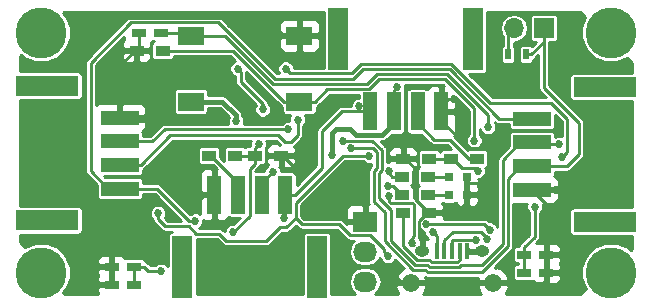
<source format=gtl>
G04 #@! TF.FileFunction,Copper,L1,Top,Signal*
%FSLAX46Y46*%
G04 Gerber Fmt 4.6, Leading zero omitted, Abs format (unit mm)*
G04 Created by KiCad (PCBNEW 4.0.6) date Fri Jul  7 23:07:04 2017*
%MOMM*%
%LPD*%
G01*
G04 APERTURE LIST*
%ADD10C,0.090000*%
%ADD11R,3.200400X1.206500*%
%ADD12R,5.299964X1.700022*%
%ADD13C,4.318000*%
%ADD14R,1.200000X0.750000*%
%ADD15R,2.032000X1.727200*%
%ADD16O,2.032000X1.727200*%
%ADD17R,0.400000X1.350000*%
%ADD18O,1.250000X0.950000*%
%ADD19O,1.422400X1.550000*%
%ADD20R,1.200000X0.900000*%
%ADD21R,2.180000X1.600000*%
%ADD22R,0.797560X0.797560*%
%ADD23R,1.206500X3.200400*%
%ADD24R,1.700022X5.299964*%
%ADD25R,1.700000X1.700000*%
%ADD26O,1.700000X1.700000*%
%ADD27R,0.500000X0.900000*%
%ADD28C,0.685800*%
%ADD29C,0.228600*%
%ADD30C,0.381000*%
%ADD31C,0.254000*%
G04 APERTURE END LIST*
D10*
D11*
X153342340Y-110456980D03*
X153342340Y-108456984D03*
X153342340Y-106456988D03*
X153342340Y-104456992D03*
D12*
X159512000Y-113157000D03*
X159512000Y-101756972D03*
D13*
X111760000Y-117475000D03*
X111760000Y-97155000D03*
X160020000Y-97155000D03*
D14*
X119634000Y-118491000D03*
X117734000Y-118491000D03*
X119629000Y-116967000D03*
X117729000Y-116967000D03*
X121920000Y-97155000D03*
X120020000Y-97155000D03*
X152654000Y-117475000D03*
X154554000Y-117475000D03*
X152654000Y-115951000D03*
X154554000Y-115951000D03*
D15*
X139192000Y-113157000D03*
D16*
X139192000Y-115697000D03*
X139192000Y-118237000D03*
D17*
X145257100Y-115658460D03*
X145907100Y-115658460D03*
X146557100Y-115658460D03*
X147207100Y-115658460D03*
X147857100Y-115658460D03*
D18*
X144057100Y-115658460D03*
X149057100Y-115658460D03*
D19*
X143057100Y-118358460D03*
X150057100Y-118358460D03*
D20*
X128184000Y-107569000D03*
X125984000Y-107569000D03*
X146474000Y-107823000D03*
X148674000Y-107823000D03*
X129880000Y-107569000D03*
X132080000Y-107569000D03*
X144610000Y-107823000D03*
X142410000Y-107823000D03*
X142410000Y-112395000D03*
X144610000Y-112395000D03*
X122047000Y-98679000D03*
X119847000Y-98679000D03*
X144526000Y-109347000D03*
X142326000Y-109347000D03*
X144546500Y-110871000D03*
X142346500Y-110871000D03*
D21*
X124429570Y-97406680D03*
X133634430Y-97411320D03*
X124429570Y-102994680D03*
X133634430Y-102999320D03*
D13*
X160020000Y-117475000D03*
D22*
X146316700Y-109347000D03*
X147815300Y-109347000D03*
X146316700Y-110871000D03*
X147815300Y-110871000D03*
D23*
X126427992Y-110871000D03*
X128427988Y-110871000D03*
X130427984Y-110871000D03*
X132427980Y-110871000D03*
D24*
X123727972Y-117040660D03*
X135128000Y-117040660D03*
D23*
X145635980Y-103832660D03*
X143635984Y-103832660D03*
X141635988Y-103832660D03*
X139635992Y-103832660D03*
D24*
X148336000Y-97663000D03*
X136935972Y-97663000D03*
D11*
X118437660Y-104363012D03*
X118437660Y-106363008D03*
X118437660Y-108363004D03*
X118437660Y-110363000D03*
D12*
X112268000Y-101662992D03*
X112268000Y-113063020D03*
D25*
X154330400Y-96774000D03*
D26*
X151790400Y-96774000D03*
D27*
X151306400Y-99009200D03*
X152806400Y-99009200D03*
D28*
X132346405Y-112854244D03*
X138679889Y-103402090D03*
X121920000Y-117348000D03*
X133859018Y-109373771D03*
X146685000Y-102743000D03*
X115824000Y-118491000D03*
X136906000Y-114808000D03*
X133604000Y-99187000D03*
X118491000Y-98679000D03*
X116967000Y-97155000D03*
X155321000Y-110490000D03*
X120777000Y-104648000D03*
X117221000Y-115570000D03*
X124968000Y-112141000D03*
X121666000Y-112471200D03*
X144923495Y-114052501D03*
X139547568Y-107569000D03*
X141135130Y-116037911D03*
X143163803Y-114995936D03*
X136398000Y-107543600D03*
X141898502Y-101775539D03*
X144392767Y-113371213D03*
X141224000Y-110998000D03*
X149733000Y-113851702D03*
X153543000Y-111887000D03*
X131358088Y-108946121D03*
X128270000Y-104648000D03*
X149595967Y-105142966D03*
X148722937Y-108837709D03*
X124815600Y-113080800D03*
X149480062Y-114677442D03*
X148558493Y-114681020D03*
X138002611Y-106933990D03*
X132689600Y-105333800D03*
X155651200Y-106578400D03*
X137290082Y-106311122D03*
X133477000Y-104521000D03*
X148452093Y-106298980D03*
X141224000Y-108839000D03*
X141097000Y-110109000D03*
X155846672Y-107714048D03*
X128016000Y-114046000D03*
X132461000Y-100203000D03*
X128397000Y-100203000D03*
X130517899Y-103670101D03*
X130175000Y-106595400D03*
D29*
X132427980Y-112772669D02*
X132346405Y-112854244D01*
X132427980Y-110871000D02*
X132427980Y-112772669D01*
X135534398Y-108596432D02*
X135534398Y-105511602D01*
X137213340Y-103832660D02*
X138804142Y-103832660D01*
X133259830Y-110871000D02*
X135534398Y-108596432D01*
X135534398Y-105511602D02*
X137213340Y-103832660D01*
X132427980Y-110871000D02*
X133259830Y-110871000D01*
X138804142Y-103832660D02*
X139635992Y-103832660D01*
X138679889Y-103708407D02*
X138679889Y-103402090D01*
X138804142Y-103832660D02*
X138679889Y-103708407D01*
X120838600Y-117348000D02*
X121920000Y-117348000D01*
X119629000Y-116967000D02*
X120457600Y-116967000D01*
X120457600Y-116967000D02*
X120838600Y-117348000D01*
X119634000Y-118491000D02*
X119634000Y-116972000D01*
X119634000Y-116972000D02*
X119629000Y-116967000D01*
X132080000Y-107569000D02*
X132230000Y-107569000D01*
X132230000Y-107569000D02*
X133859018Y-109198018D01*
X133859018Y-109198018D02*
X133859018Y-109373771D01*
X144057100Y-113975350D02*
X143757765Y-113676015D01*
X144057100Y-115658460D02*
X144057100Y-113975350D01*
X143757765Y-113676015D02*
X143757765Y-113097235D01*
X143757765Y-113097235D02*
X144460000Y-112395000D01*
X145635980Y-103411020D02*
X146304000Y-102743000D01*
X146304000Y-102743000D02*
X146685000Y-102743000D01*
X145635980Y-103832660D02*
X145635980Y-103411020D01*
X145635980Y-103832660D02*
X145635980Y-104614980D01*
X145635980Y-104614980D02*
X147955000Y-106934000D01*
X147955000Y-106934000D02*
X149733000Y-106934000D01*
X149733000Y-106934000D02*
X149987000Y-107188000D01*
X149987000Y-107188000D02*
X149987000Y-108712000D01*
X149987000Y-108712000D02*
X148844000Y-109855000D01*
X148844000Y-109855000D02*
X147815300Y-109855000D01*
X115824000Y-118491000D02*
X117734000Y-118491000D01*
X136906000Y-116078000D02*
X136906000Y-114808000D01*
X137795000Y-116967000D02*
X136906000Y-116078000D01*
X140937040Y-116967000D02*
X137795000Y-116967000D01*
X143057100Y-118358460D02*
X142328500Y-118358460D01*
X142328500Y-118358460D02*
X140937040Y-116967000D01*
X143383000Y-108646000D02*
X142560000Y-107823000D01*
X142560000Y-107823000D02*
X142410000Y-107823000D01*
X143383000Y-111217467D02*
X143383000Y-108646000D01*
X144460000Y-112395000D02*
X144460000Y-112294467D01*
X144460000Y-112294467D02*
X143383000Y-111217467D01*
X133604000Y-99187000D02*
X133604000Y-97441750D01*
X133604000Y-97441750D02*
X133634430Y-97411320D01*
X119847000Y-98679000D02*
X118491000Y-98679000D01*
X118237000Y-95885000D02*
X116967000Y-97155000D01*
X130789510Y-95885000D02*
X118237000Y-95885000D01*
X133634430Y-97411320D02*
X132315830Y-97411320D01*
X132315830Y-97411320D02*
X130789510Y-95885000D01*
X144460000Y-112395000D02*
X144610000Y-112395000D01*
X155321000Y-110490000D02*
X153375360Y-110490000D01*
X153375360Y-110490000D02*
X153342340Y-110456980D01*
X147815300Y-109347000D02*
X147815300Y-109855000D01*
X147815300Y-109855000D02*
X147815300Y-110871000D01*
X120777000Y-104648000D02*
X118722648Y-104648000D01*
X118722648Y-104648000D02*
X118437660Y-104363012D01*
X118437660Y-104363012D02*
X118437660Y-99938340D01*
X118437660Y-99938340D02*
X119697000Y-98679000D01*
X119697000Y-98679000D02*
X119847000Y-98679000D01*
X117729000Y-116078000D02*
X117221000Y-115570000D01*
X117729000Y-116967000D02*
X117729000Y-116078000D01*
X117734000Y-118491000D02*
X117734000Y-116972000D01*
X117734000Y-116972000D02*
X117729000Y-116967000D01*
X150057100Y-118358460D02*
X154274140Y-118358460D01*
X154274140Y-118358460D02*
X154554000Y-118078600D01*
X154554000Y-118078600D02*
X154554000Y-117475000D01*
X154554000Y-115951000D02*
X154554000Y-111668640D01*
X154554000Y-111668640D02*
X153342340Y-110456980D01*
X120020000Y-97155000D02*
X120020000Y-98506000D01*
X120020000Y-98506000D02*
X119847000Y-98679000D01*
X144610000Y-112395000D02*
X146918680Y-112395000D01*
X146918680Y-112395000D02*
X147815300Y-111498380D01*
X147815300Y-111498380D02*
X147815300Y-110871000D01*
X147857100Y-115658460D02*
X149057100Y-115658460D01*
X154554000Y-117475000D02*
X154554000Y-115951000D01*
X145635980Y-102835710D02*
X145635980Y-103832660D01*
X124968000Y-111499142D02*
X124968000Y-112141000D01*
X126427992Y-110871000D02*
X125596142Y-110871000D01*
X125596142Y-110871000D02*
X124968000Y-111499142D01*
X121666000Y-112471200D02*
X121666000Y-112956133D01*
X121666000Y-112956133D02*
X122273267Y-113563400D01*
X122273267Y-113563400D02*
X124276487Y-113563400D01*
X126853313Y-114178713D02*
X127457200Y-114782600D01*
X124276487Y-113563400D02*
X124891800Y-114178713D01*
X124891800Y-114178713D02*
X126853313Y-114178713D01*
X127457200Y-114782600D02*
X130835400Y-114782600D01*
X131978400Y-113639600D02*
X132534662Y-113639600D01*
X130835400Y-114782600D02*
X131978400Y-113639600D01*
X132534662Y-113639600D02*
X133323331Y-112850931D01*
X141135130Y-116037911D02*
X140792231Y-115695012D01*
X137337800Y-107569000D02*
X139547568Y-107569000D01*
X140792231Y-115695012D02*
X140792231Y-115468431D01*
X133323331Y-111583469D02*
X137337800Y-107569000D01*
X140792231Y-115468431D02*
X139636501Y-114312701D01*
X139636501Y-114312701D02*
X137942319Y-114312701D01*
X137942319Y-114312701D02*
X137015218Y-113385600D01*
X137015218Y-113385600D02*
X133832600Y-113385600D01*
X133832600Y-113385600D02*
X133324600Y-112877600D01*
X133324600Y-112877600D02*
X133324600Y-112852200D01*
X133324600Y-112852200D02*
X133323331Y-112850931D01*
X133323331Y-112850931D02*
X133323331Y-111583469D01*
X145257100Y-114386106D02*
X144923495Y-114052501D01*
X145257100Y-115658460D02*
X145257100Y-114386106D01*
X143163803Y-115004601D02*
X143163803Y-114995936D01*
X141224000Y-110998000D02*
X141224000Y-111482933D01*
X143302101Y-114372705D02*
X143163803Y-114511003D01*
X141354168Y-111613101D02*
X143203883Y-111613101D01*
X143163803Y-114511003D02*
X143163803Y-114995936D01*
X143302101Y-111711319D02*
X143302101Y-114372705D01*
X143302101Y-115142899D02*
X143163803Y-115004601D01*
X141224000Y-111482933D02*
X141354168Y-111613101D01*
X143203883Y-111613101D02*
X143302101Y-111711319D01*
D30*
X136398000Y-107058667D02*
X136398000Y-107543600D01*
X138402060Y-105813860D02*
X137947400Y-105359200D01*
X141635988Y-103832660D02*
X141635988Y-104829610D01*
X137947400Y-105359200D02*
X136702800Y-105359200D01*
X140651738Y-105813860D02*
X138402060Y-105813860D01*
X141635988Y-104829610D02*
X140651738Y-105813860D01*
X136398000Y-105664000D02*
X136398000Y-107058667D01*
X136702800Y-105359200D02*
X136398000Y-105664000D01*
D29*
X141635988Y-102003860D02*
X141864309Y-101775539D01*
X141635988Y-103832660D02*
X141635988Y-102003860D01*
X141864309Y-101775539D02*
X141898502Y-101775539D01*
X144877700Y-113371213D02*
X144392767Y-113371213D01*
X149733000Y-113851702D02*
X149252511Y-113371213D01*
X149252511Y-113371213D02*
X144877700Y-113371213D01*
X124841000Y-102583250D02*
X124429570Y-102994680D01*
X153543000Y-114458400D02*
X153543000Y-111887000D01*
X152654000Y-115951000D02*
X152654000Y-115347400D01*
X152654000Y-115347400D02*
X153543000Y-114458400D01*
X130427984Y-109874050D02*
X131355913Y-108946121D01*
X130427984Y-110871000D02*
X130427984Y-109874050D01*
X131355913Y-108946121D02*
X131358088Y-108946121D01*
D30*
X128270000Y-104648000D02*
X128270000Y-104163067D01*
X125748170Y-102994680D02*
X124429570Y-102994680D01*
X127101613Y-102994680D02*
X125748170Y-102994680D01*
X128270000Y-104163067D02*
X127101613Y-102994680D01*
D29*
X152654000Y-117475000D02*
X152654000Y-115951000D01*
X124429570Y-97406680D02*
X127311930Y-97406680D01*
X149595967Y-104658033D02*
X149595967Y-105142966D01*
X149595967Y-104139412D02*
X149595967Y-104658033D01*
X140166660Y-100685589D02*
X146142144Y-100685589D01*
X131403660Y-101498411D02*
X139353839Y-101498411D01*
X127311930Y-97406680D02*
X131403660Y-101498411D01*
X146142144Y-100685589D02*
X149595967Y-104139412D01*
X139353839Y-101498411D02*
X140166660Y-100685589D01*
X121920000Y-97155000D02*
X124177890Y-97155000D01*
X124177890Y-97155000D02*
X124429570Y-97406680D01*
X148507091Y-108621863D02*
X148722937Y-108837709D01*
X147422863Y-108621863D02*
X148507091Y-108621863D01*
X146474000Y-107823000D02*
X146624000Y-107823000D01*
X146624000Y-107823000D02*
X147422863Y-108621863D01*
X144610000Y-107823000D02*
X146474000Y-107823000D01*
X124282200Y-113080800D02*
X121564400Y-110363000D01*
X121564400Y-110363000D02*
X118437660Y-110363000D01*
X124815600Y-113080800D02*
X124282200Y-113080800D01*
X119382807Y-96291411D02*
X115951000Y-99723218D01*
X146380180Y-100279180D02*
X139001554Y-100279180D01*
X131572000Y-101092000D02*
X126771411Y-96291411D01*
X117440710Y-110363000D02*
X118437660Y-110363000D01*
X115951000Y-108873290D02*
X117440710Y-110363000D01*
X115951000Y-99723218D02*
X115951000Y-108873290D01*
X126771411Y-96291411D02*
X119382807Y-96291411D01*
X138188734Y-101092000D02*
X131572000Y-101092000D01*
X153342340Y-104456992D02*
X150557992Y-104456992D01*
X139001554Y-100279180D02*
X138188734Y-101092000D01*
X150557992Y-104456992D02*
X146380180Y-100279180D01*
X144526000Y-109347000D02*
X146316700Y-109347000D01*
X144546500Y-110871000D02*
X146316700Y-110871000D01*
X128427988Y-110871000D02*
X128427988Y-109862988D01*
X128427988Y-109862988D02*
X126134000Y-107569000D01*
X126134000Y-107569000D02*
X125984000Y-107569000D01*
X146354802Y-106217296D02*
X147960506Y-107823000D01*
X145023670Y-106217296D02*
X146354802Y-106217296D01*
X143635984Y-104829610D02*
X145023670Y-106217296D01*
X147960506Y-107823000D02*
X148674000Y-107823000D01*
X143635984Y-103832660D02*
X143635984Y-104829610D01*
X145907100Y-115658460D02*
X145907100Y-114754860D01*
X149480062Y-114538568D02*
X149480062Y-114677442D01*
X145907100Y-114754860D02*
X146615960Y-114046000D01*
X146615960Y-114046000D02*
X148987494Y-114046000D01*
X148987494Y-114046000D02*
X149480062Y-114538568D01*
X146630940Y-114681020D02*
X148073560Y-114681020D01*
X146557100Y-114754860D02*
X146630940Y-114681020D01*
X146557100Y-115658460D02*
X146557100Y-114754860D01*
X148073560Y-114681020D02*
X148558493Y-114681020D01*
X142410000Y-115257400D02*
X142410000Y-112395000D01*
X144823419Y-116625561D02*
X144623428Y-116425570D01*
X147207100Y-116409242D02*
X146990781Y-116625561D01*
X142582954Y-115419171D02*
X142571771Y-115419171D01*
X143589353Y-116425570D02*
X142582954Y-115419171D01*
X142571771Y-115419171D02*
X142410000Y-115257400D01*
X147207100Y-115658460D02*
X147207100Y-116409242D01*
X146990781Y-116625561D02*
X144823419Y-116625561D01*
X144623428Y-116425570D02*
X143589353Y-116425570D01*
X132689600Y-105333800D02*
X122224800Y-105333800D01*
X122224800Y-105333800D02*
X121195592Y-106363008D01*
X121195592Y-106363008D02*
X118437660Y-106363008D01*
X154330400Y-96774000D02*
X154330400Y-101828600D01*
X154330400Y-101828600D02*
X157302200Y-104800400D01*
X157302200Y-104800400D02*
X157302200Y-107416600D01*
X157302200Y-107416600D02*
X156261816Y-108456984D01*
X156261816Y-108456984D02*
X153342340Y-108456984D01*
X139877794Y-106933990D02*
X138487544Y-106933990D01*
X139928587Y-111469355D02*
X139928587Y-108873859D01*
X139928587Y-108873859D02*
X140182588Y-108619858D01*
X140843000Y-112383768D02*
X139928587Y-111469355D01*
X143241490Y-117238392D02*
X140843000Y-114839902D01*
X153342340Y-108456984D02*
X152345390Y-108456984D01*
X152345390Y-108456984D02*
X151282411Y-109519963D01*
X144286748Y-117238392D02*
X143241490Y-117238392D01*
X149086784Y-117438383D02*
X144486739Y-117438383D01*
X140182588Y-107238784D02*
X139877794Y-106933990D01*
X151282411Y-115242756D02*
X149086784Y-117438383D01*
X138487544Y-106933990D02*
X138002611Y-106933990D01*
X151282411Y-109519963D02*
X151282411Y-115242756D01*
X144486739Y-117438383D02*
X144286748Y-117238392D01*
X140843000Y-114839902D02*
X140843000Y-112383768D01*
X140182588Y-108619858D02*
X140182588Y-107238784D01*
X152806400Y-99009200D02*
X153285000Y-99009200D01*
X153285000Y-99009200D02*
X154330400Y-97963800D01*
X154330400Y-97963800D02*
X154330400Y-97852600D01*
X154330400Y-97852600D02*
X154330400Y-96774000D01*
X118437660Y-108363004D02*
X120186196Y-108363004D01*
X133477000Y-105005933D02*
X133477000Y-104521000D01*
X120186196Y-108363004D02*
X122707400Y-105841800D01*
X122707400Y-105841800D02*
X131826000Y-105841800D01*
X131826000Y-105841800D02*
X132384789Y-106400589D01*
X132930761Y-106400589D02*
X133477000Y-105854350D01*
X132384789Y-106400589D02*
X132930761Y-106400589D01*
X133477000Y-105854350D02*
X133477000Y-105005933D01*
X144455088Y-116831981D02*
X143409830Y-116831981D01*
X150876000Y-115074416D02*
X149118435Y-116831981D01*
X141351000Y-114773151D02*
X141351000Y-112190024D01*
X137787149Y-106298988D02*
X137775015Y-106311122D01*
X140588999Y-108788198D02*
X140588999Y-107070444D01*
X140334998Y-109042198D02*
X140350928Y-109026269D01*
X149118435Y-116831981D02*
X147359112Y-116831981D01*
X140334998Y-111174022D02*
X140334998Y-109042198D01*
X141351000Y-112190024D02*
X140334998Y-111174022D01*
X139817543Y-106298988D02*
X137787149Y-106298988D01*
X140350928Y-109026269D02*
X140588999Y-108788198D01*
X143409830Y-116831981D02*
X141351000Y-114773151D01*
X144655079Y-117031972D02*
X144455088Y-116831981D01*
X137775015Y-106311122D02*
X137290082Y-106311122D01*
X147159121Y-117031972D02*
X144655079Y-117031972D01*
X150876000Y-107926378D02*
X150876000Y-115074416D01*
X153342340Y-106456988D02*
X152345390Y-106456988D01*
X140588999Y-107070444D02*
X139817543Y-106298988D01*
X152345390Y-106456988D02*
X150876000Y-107926378D01*
X147359112Y-116831981D02*
X147159121Y-117031972D01*
X155651200Y-106578400D02*
X153463752Y-106578400D01*
X153463752Y-106578400D02*
X153342340Y-106456988D01*
X136011991Y-101940359D02*
X139486641Y-101940359D01*
X140335000Y-101092000D02*
X145973804Y-101092000D01*
X134953030Y-102999320D02*
X136011991Y-101940359D01*
X145973804Y-101092000D02*
X148452093Y-103570289D01*
X133634430Y-102999320D02*
X134953030Y-102999320D01*
X139486641Y-101940359D02*
X140335000Y-101092000D01*
X148452093Y-103570289D02*
X148452093Y-105814047D01*
X148452093Y-105814047D02*
X148452093Y-106298980D01*
X122875600Y-98679000D02*
X122047000Y-98679000D01*
X132315830Y-102999320D02*
X127995510Y-98679000D01*
X133634430Y-102999320D02*
X132315830Y-102999320D01*
X127995510Y-98679000D02*
X122875600Y-98679000D01*
X141224000Y-109073600D02*
X141224000Y-108839000D01*
X142326000Y-109347000D02*
X141497400Y-109347000D01*
X141497400Y-109347000D02*
X141224000Y-109073600D01*
X141097000Y-110109000D02*
X141584500Y-110109000D01*
X141584500Y-110109000D02*
X142346500Y-110871000D01*
X156298899Y-107261821D02*
X156189571Y-107371149D01*
X146497750Y-99822000D02*
X149799750Y-103124000D01*
X154940000Y-103124000D02*
X156298899Y-104482899D01*
X156189571Y-107371149D02*
X155846672Y-107714048D01*
X156298899Y-104482899D02*
X156298899Y-107261821D01*
X138100900Y-100605083D02*
X138883983Y-99822000D01*
X132863083Y-100605083D02*
X138100900Y-100605083D01*
X138883983Y-99822000D02*
X146497750Y-99822000D01*
X132461000Y-100203000D02*
X132863083Y-100605083D01*
X149799750Y-103124000D02*
X154940000Y-103124000D01*
X128016000Y-114046000D02*
X129413000Y-112649000D01*
X129413000Y-112649000D02*
X129413000Y-108714600D01*
X129413000Y-108714600D02*
X129880000Y-108247600D01*
X129880000Y-108247600D02*
X129880000Y-107569000D01*
X128651000Y-101318269D02*
X128651000Y-100457000D01*
X128651000Y-100457000D02*
X128397000Y-100203000D01*
X130517899Y-103670101D02*
X130517899Y-103185168D01*
X130517899Y-103185168D02*
X128651000Y-101318269D01*
X129880000Y-106890400D02*
X130175000Y-106595400D01*
X129880000Y-107569000D02*
X129880000Y-106890400D01*
X130030000Y-107569000D02*
X129880000Y-107569000D01*
X128184000Y-107569000D02*
X129880000Y-107569000D01*
X151306400Y-99009200D02*
X151306400Y-97258000D01*
X151306400Y-97258000D02*
X151790400Y-96774000D01*
D31*
G36*
X157857094Y-95806700D02*
X157505837Y-96652621D01*
X157504964Y-97652990D01*
X157886983Y-98577546D01*
X158593734Y-99285531D01*
X159517621Y-99669163D01*
X160517990Y-99670036D01*
X161368858Y-99318464D01*
X161798000Y-99747606D01*
X161798000Y-100544395D01*
X156862018Y-100544395D01*
X156730241Y-100569191D01*
X156609211Y-100647071D01*
X156528017Y-100765903D01*
X156499452Y-100906961D01*
X156499452Y-102606983D01*
X156524248Y-102738760D01*
X156602128Y-102859790D01*
X156720960Y-102940984D01*
X156862018Y-102969549D01*
X161798000Y-102969549D01*
X161798000Y-111944423D01*
X156862018Y-111944423D01*
X156730241Y-111969219D01*
X156609211Y-112047099D01*
X156528017Y-112165931D01*
X156499452Y-112306989D01*
X156499452Y-114007011D01*
X156524248Y-114138788D01*
X156602128Y-114259818D01*
X156720960Y-114341012D01*
X156862018Y-114369577D01*
X161798000Y-114369577D01*
X161798000Y-115511587D01*
X161698354Y-115596998D01*
X161446266Y-115344469D01*
X160522379Y-114960837D01*
X159522010Y-114959964D01*
X158597454Y-115341983D01*
X157889469Y-116048734D01*
X157505837Y-116972621D01*
X157504964Y-117972990D01*
X157876713Y-118872691D01*
X157433019Y-119253000D01*
X151093169Y-119253000D01*
X151169362Y-119177978D01*
X151373897Y-118694808D01*
X151241571Y-118485460D01*
X150184100Y-118485460D01*
X150184100Y-118505460D01*
X149930100Y-118505460D01*
X149930100Y-118485460D01*
X148872629Y-118485460D01*
X148740303Y-118694808D01*
X148944838Y-119177978D01*
X149021031Y-119253000D01*
X144093169Y-119253000D01*
X144169362Y-119177978D01*
X144373897Y-118694808D01*
X144241571Y-118485460D01*
X143184100Y-118485460D01*
X143184100Y-118505460D01*
X142930100Y-118505460D01*
X142930100Y-118485460D01*
X141872629Y-118485460D01*
X141740303Y-118694808D01*
X141944838Y-119177978D01*
X142021031Y-119253000D01*
X140003056Y-119253000D01*
X140233376Y-119099105D01*
X140497665Y-118703568D01*
X140590471Y-118237000D01*
X140497665Y-117770432D01*
X140233376Y-117374895D01*
X139837839Y-117110606D01*
X139371271Y-117017800D01*
X139012729Y-117017800D01*
X138546161Y-117110606D01*
X138150624Y-117374895D01*
X137886335Y-117770432D01*
X137793529Y-118237000D01*
X137886335Y-118703568D01*
X138150624Y-119099105D01*
X138380944Y-119253000D01*
X136340577Y-119253000D01*
X136340577Y-114390678D01*
X136315781Y-114258901D01*
X136237901Y-114137871D01*
X136119069Y-114056677D01*
X135978011Y-114028112D01*
X134277989Y-114028112D01*
X134146212Y-114052908D01*
X134025182Y-114130788D01*
X133943988Y-114249620D01*
X133915423Y-114390678D01*
X133915423Y-119253000D01*
X124940549Y-119253000D01*
X124940549Y-114648613D01*
X126658675Y-114648613D01*
X127124930Y-115114869D01*
X127235216Y-115188560D01*
X127277377Y-115216731D01*
X127457200Y-115252500D01*
X130835400Y-115252500D01*
X131015223Y-115216731D01*
X131167669Y-115114869D01*
X132173039Y-114109500D01*
X132534662Y-114109500D01*
X132714485Y-114073731D01*
X132866931Y-113971869D01*
X133310631Y-113528170D01*
X133500330Y-113717869D01*
X133652316Y-113819423D01*
X133652777Y-113819731D01*
X133832600Y-113855500D01*
X136820580Y-113855500D01*
X137610050Y-114644971D01*
X137755484Y-114742147D01*
X137762496Y-114746832D01*
X137942319Y-114782601D01*
X138228888Y-114782601D01*
X138150624Y-114834895D01*
X137886335Y-115230432D01*
X137793529Y-115697000D01*
X137886335Y-116163568D01*
X138150624Y-116559105D01*
X138546161Y-116823394D01*
X139012729Y-116916200D01*
X139371271Y-116916200D01*
X139837839Y-116823394D01*
X140233376Y-116559105D01*
X140456641Y-116224965D01*
X140542626Y-116433062D01*
X140738945Y-116629725D01*
X140995580Y-116736289D01*
X141273461Y-116736532D01*
X141530281Y-116630415D01*
X141726944Y-116434096D01*
X141740356Y-116401796D01*
X142450544Y-117111985D01*
X142318705Y-117170823D01*
X141944838Y-117538942D01*
X141740303Y-118022112D01*
X141872629Y-118231460D01*
X142930100Y-118231460D01*
X142930100Y-118211460D01*
X143184100Y-118211460D01*
X143184100Y-118231460D01*
X144241571Y-118231460D01*
X144373897Y-118022112D01*
X144310905Y-117873308D01*
X144486739Y-117908283D01*
X148788489Y-117908283D01*
X148740303Y-118022112D01*
X148872629Y-118231460D01*
X149930100Y-118231460D01*
X149930100Y-118211460D01*
X150184100Y-118211460D01*
X150184100Y-118231460D01*
X151241571Y-118231460D01*
X151373897Y-118022112D01*
X151169362Y-117538942D01*
X150795495Y-117170823D01*
X150392189Y-116990831D01*
X150184102Y-117114020D01*
X150184102Y-117005603D01*
X151614680Y-115575026D01*
X151716542Y-115422579D01*
X151719703Y-115406686D01*
X151752311Y-115242756D01*
X151752311Y-111695230D01*
X152866306Y-111695230D01*
X152844622Y-111747450D01*
X152844379Y-112025331D01*
X152950496Y-112282151D01*
X153073100Y-112404970D01*
X153073100Y-114263761D01*
X152321731Y-115015131D01*
X152219869Y-115167577D01*
X152210747Y-115213434D01*
X152054000Y-115213434D01*
X151922223Y-115238230D01*
X151801193Y-115316110D01*
X151719999Y-115434942D01*
X151691434Y-115576000D01*
X151691434Y-116326000D01*
X151716230Y-116457777D01*
X151794110Y-116578807D01*
X151912942Y-116660001D01*
X152054000Y-116688566D01*
X152184100Y-116688566D01*
X152184100Y-116737434D01*
X152054000Y-116737434D01*
X151922223Y-116762230D01*
X151801193Y-116840110D01*
X151719999Y-116958942D01*
X151691434Y-117100000D01*
X151691434Y-117850000D01*
X151716230Y-117981777D01*
X151794110Y-118102807D01*
X151912942Y-118184001D01*
X152054000Y-118212566D01*
X153254000Y-118212566D01*
X153385777Y-118187770D01*
X153402210Y-118177196D01*
X153415673Y-118209699D01*
X153594302Y-118388327D01*
X153827691Y-118485000D01*
X154268250Y-118485000D01*
X154427000Y-118326250D01*
X154427000Y-117602000D01*
X154681000Y-117602000D01*
X154681000Y-118326250D01*
X154839750Y-118485000D01*
X155280309Y-118485000D01*
X155513698Y-118388327D01*
X155692327Y-118209699D01*
X155789000Y-117976310D01*
X155789000Y-117760750D01*
X155630250Y-117602000D01*
X154681000Y-117602000D01*
X154427000Y-117602000D01*
X154407000Y-117602000D01*
X154407000Y-117348000D01*
X154427000Y-117348000D01*
X154427000Y-116078000D01*
X154681000Y-116078000D01*
X154681000Y-117348000D01*
X155630250Y-117348000D01*
X155789000Y-117189250D01*
X155789000Y-116973690D01*
X155692327Y-116740301D01*
X155665026Y-116713000D01*
X155692327Y-116685699D01*
X155789000Y-116452310D01*
X155789000Y-116236750D01*
X155630250Y-116078000D01*
X154681000Y-116078000D01*
X154427000Y-116078000D01*
X154407000Y-116078000D01*
X154407000Y-115824000D01*
X154427000Y-115824000D01*
X154427000Y-115099750D01*
X154681000Y-115099750D01*
X154681000Y-115824000D01*
X155630250Y-115824000D01*
X155789000Y-115665250D01*
X155789000Y-115449690D01*
X155692327Y-115216301D01*
X155513698Y-115037673D01*
X155280309Y-114941000D01*
X154839750Y-114941000D01*
X154681000Y-115099750D01*
X154427000Y-115099750D01*
X154268250Y-114941000D01*
X153827691Y-114941000D01*
X153652282Y-115013657D01*
X153875270Y-114790669D01*
X153977131Y-114638223D01*
X153982179Y-114612844D01*
X154012900Y-114458400D01*
X154012900Y-112404886D01*
X154134814Y-112283185D01*
X154241378Y-112026550D01*
X154241621Y-111748669D01*
X154219540Y-111695230D01*
X155068850Y-111695230D01*
X155302239Y-111598557D01*
X155480867Y-111419928D01*
X155577540Y-111186539D01*
X155577540Y-110742730D01*
X155418790Y-110583980D01*
X153469340Y-110583980D01*
X153469340Y-110603980D01*
X153215340Y-110603980D01*
X153215340Y-110583980D01*
X153195340Y-110583980D01*
X153195340Y-110329980D01*
X153215340Y-110329980D01*
X153215340Y-110309980D01*
X153469340Y-110309980D01*
X153469340Y-110329980D01*
X155418790Y-110329980D01*
X155577540Y-110171230D01*
X155577540Y-109727421D01*
X155480867Y-109494032D01*
X155302239Y-109315403D01*
X155221440Y-109281935D01*
X155276541Y-109201292D01*
X155305106Y-109060234D01*
X155305106Y-108926884D01*
X156261816Y-108926884D01*
X156441639Y-108891115D01*
X156594085Y-108789253D01*
X157634469Y-107748870D01*
X157736331Y-107596423D01*
X157746838Y-107543600D01*
X157772100Y-107416600D01*
X157772100Y-104800400D01*
X157736331Y-104620577D01*
X157704904Y-104573543D01*
X157634470Y-104468131D01*
X154800300Y-101633962D01*
X154800300Y-97986566D01*
X155180400Y-97986566D01*
X155312177Y-97961770D01*
X155433207Y-97883890D01*
X155514401Y-97765058D01*
X155542966Y-97624000D01*
X155542966Y-95924000D01*
X155518170Y-95792223D01*
X155440290Y-95671193D01*
X155321458Y-95589999D01*
X155180400Y-95561434D01*
X153480400Y-95561434D01*
X153348623Y-95586230D01*
X153227593Y-95664110D01*
X153146399Y-95782942D01*
X153117834Y-95924000D01*
X153117834Y-97624000D01*
X153142630Y-97755777D01*
X153220510Y-97876807D01*
X153339342Y-97958001D01*
X153480400Y-97986566D01*
X153643095Y-97986566D01*
X153319022Y-98310639D01*
X153316290Y-98306393D01*
X153197458Y-98225199D01*
X153056400Y-98196634D01*
X152556400Y-98196634D01*
X152424623Y-98221430D01*
X152303593Y-98299310D01*
X152222399Y-98418142D01*
X152193834Y-98559200D01*
X152193834Y-99459200D01*
X152218630Y-99590977D01*
X152296510Y-99712007D01*
X152415342Y-99793201D01*
X152556400Y-99821766D01*
X153056400Y-99821766D01*
X153188177Y-99796970D01*
X153309207Y-99719090D01*
X153390401Y-99600258D01*
X153418966Y-99459200D01*
X153418966Y-99452453D01*
X153464823Y-99443331D01*
X153617269Y-99341469D01*
X153860500Y-99098238D01*
X153860500Y-101828600D01*
X153890546Y-101979653D01*
X153896269Y-102008423D01*
X153998131Y-102160869D01*
X154491362Y-102654100D01*
X149994389Y-102654100D01*
X148015836Y-100675548D01*
X149186011Y-100675548D01*
X149317788Y-100650752D01*
X149438818Y-100572872D01*
X149520012Y-100454040D01*
X149548577Y-100312982D01*
X149548577Y-96750381D01*
X150584800Y-96750381D01*
X150584800Y-96797619D01*
X150676571Y-97258982D01*
X150836500Y-97498333D01*
X150836500Y-98278135D01*
X150803593Y-98299310D01*
X150722399Y-98418142D01*
X150693834Y-98559200D01*
X150693834Y-99459200D01*
X150718630Y-99590977D01*
X150796510Y-99712007D01*
X150915342Y-99793201D01*
X151056400Y-99821766D01*
X151556400Y-99821766D01*
X151688177Y-99796970D01*
X151809207Y-99719090D01*
X151890401Y-99600258D01*
X151918966Y-99459200D01*
X151918966Y-98559200D01*
X151894170Y-98427423D01*
X151816290Y-98306393D01*
X151776300Y-98279069D01*
X151776300Y-98000414D01*
X151790400Y-98003219D01*
X152251763Y-97911448D01*
X152642888Y-97650107D01*
X152904229Y-97258982D01*
X152996000Y-96797619D01*
X152996000Y-96750381D01*
X152904229Y-96289018D01*
X152642888Y-95897893D01*
X152251763Y-95636552D01*
X151790400Y-95544781D01*
X151329037Y-95636552D01*
X150937912Y-95897893D01*
X150676571Y-96289018D01*
X150584800Y-96750381D01*
X149548577Y-96750381D01*
X149548577Y-95377000D01*
X157427394Y-95377000D01*
X157857094Y-95806700D01*
X157857094Y-95806700D01*
G37*
X157857094Y-95806700D02*
X157505837Y-96652621D01*
X157504964Y-97652990D01*
X157886983Y-98577546D01*
X158593734Y-99285531D01*
X159517621Y-99669163D01*
X160517990Y-99670036D01*
X161368858Y-99318464D01*
X161798000Y-99747606D01*
X161798000Y-100544395D01*
X156862018Y-100544395D01*
X156730241Y-100569191D01*
X156609211Y-100647071D01*
X156528017Y-100765903D01*
X156499452Y-100906961D01*
X156499452Y-102606983D01*
X156524248Y-102738760D01*
X156602128Y-102859790D01*
X156720960Y-102940984D01*
X156862018Y-102969549D01*
X161798000Y-102969549D01*
X161798000Y-111944423D01*
X156862018Y-111944423D01*
X156730241Y-111969219D01*
X156609211Y-112047099D01*
X156528017Y-112165931D01*
X156499452Y-112306989D01*
X156499452Y-114007011D01*
X156524248Y-114138788D01*
X156602128Y-114259818D01*
X156720960Y-114341012D01*
X156862018Y-114369577D01*
X161798000Y-114369577D01*
X161798000Y-115511587D01*
X161698354Y-115596998D01*
X161446266Y-115344469D01*
X160522379Y-114960837D01*
X159522010Y-114959964D01*
X158597454Y-115341983D01*
X157889469Y-116048734D01*
X157505837Y-116972621D01*
X157504964Y-117972990D01*
X157876713Y-118872691D01*
X157433019Y-119253000D01*
X151093169Y-119253000D01*
X151169362Y-119177978D01*
X151373897Y-118694808D01*
X151241571Y-118485460D01*
X150184100Y-118485460D01*
X150184100Y-118505460D01*
X149930100Y-118505460D01*
X149930100Y-118485460D01*
X148872629Y-118485460D01*
X148740303Y-118694808D01*
X148944838Y-119177978D01*
X149021031Y-119253000D01*
X144093169Y-119253000D01*
X144169362Y-119177978D01*
X144373897Y-118694808D01*
X144241571Y-118485460D01*
X143184100Y-118485460D01*
X143184100Y-118505460D01*
X142930100Y-118505460D01*
X142930100Y-118485460D01*
X141872629Y-118485460D01*
X141740303Y-118694808D01*
X141944838Y-119177978D01*
X142021031Y-119253000D01*
X140003056Y-119253000D01*
X140233376Y-119099105D01*
X140497665Y-118703568D01*
X140590471Y-118237000D01*
X140497665Y-117770432D01*
X140233376Y-117374895D01*
X139837839Y-117110606D01*
X139371271Y-117017800D01*
X139012729Y-117017800D01*
X138546161Y-117110606D01*
X138150624Y-117374895D01*
X137886335Y-117770432D01*
X137793529Y-118237000D01*
X137886335Y-118703568D01*
X138150624Y-119099105D01*
X138380944Y-119253000D01*
X136340577Y-119253000D01*
X136340577Y-114390678D01*
X136315781Y-114258901D01*
X136237901Y-114137871D01*
X136119069Y-114056677D01*
X135978011Y-114028112D01*
X134277989Y-114028112D01*
X134146212Y-114052908D01*
X134025182Y-114130788D01*
X133943988Y-114249620D01*
X133915423Y-114390678D01*
X133915423Y-119253000D01*
X124940549Y-119253000D01*
X124940549Y-114648613D01*
X126658675Y-114648613D01*
X127124930Y-115114869D01*
X127235216Y-115188560D01*
X127277377Y-115216731D01*
X127457200Y-115252500D01*
X130835400Y-115252500D01*
X131015223Y-115216731D01*
X131167669Y-115114869D01*
X132173039Y-114109500D01*
X132534662Y-114109500D01*
X132714485Y-114073731D01*
X132866931Y-113971869D01*
X133310631Y-113528170D01*
X133500330Y-113717869D01*
X133652316Y-113819423D01*
X133652777Y-113819731D01*
X133832600Y-113855500D01*
X136820580Y-113855500D01*
X137610050Y-114644971D01*
X137755484Y-114742147D01*
X137762496Y-114746832D01*
X137942319Y-114782601D01*
X138228888Y-114782601D01*
X138150624Y-114834895D01*
X137886335Y-115230432D01*
X137793529Y-115697000D01*
X137886335Y-116163568D01*
X138150624Y-116559105D01*
X138546161Y-116823394D01*
X139012729Y-116916200D01*
X139371271Y-116916200D01*
X139837839Y-116823394D01*
X140233376Y-116559105D01*
X140456641Y-116224965D01*
X140542626Y-116433062D01*
X140738945Y-116629725D01*
X140995580Y-116736289D01*
X141273461Y-116736532D01*
X141530281Y-116630415D01*
X141726944Y-116434096D01*
X141740356Y-116401796D01*
X142450544Y-117111985D01*
X142318705Y-117170823D01*
X141944838Y-117538942D01*
X141740303Y-118022112D01*
X141872629Y-118231460D01*
X142930100Y-118231460D01*
X142930100Y-118211460D01*
X143184100Y-118211460D01*
X143184100Y-118231460D01*
X144241571Y-118231460D01*
X144373897Y-118022112D01*
X144310905Y-117873308D01*
X144486739Y-117908283D01*
X148788489Y-117908283D01*
X148740303Y-118022112D01*
X148872629Y-118231460D01*
X149930100Y-118231460D01*
X149930100Y-118211460D01*
X150184100Y-118211460D01*
X150184100Y-118231460D01*
X151241571Y-118231460D01*
X151373897Y-118022112D01*
X151169362Y-117538942D01*
X150795495Y-117170823D01*
X150392189Y-116990831D01*
X150184102Y-117114020D01*
X150184102Y-117005603D01*
X151614680Y-115575026D01*
X151716542Y-115422579D01*
X151719703Y-115406686D01*
X151752311Y-115242756D01*
X151752311Y-111695230D01*
X152866306Y-111695230D01*
X152844622Y-111747450D01*
X152844379Y-112025331D01*
X152950496Y-112282151D01*
X153073100Y-112404970D01*
X153073100Y-114263761D01*
X152321731Y-115015131D01*
X152219869Y-115167577D01*
X152210747Y-115213434D01*
X152054000Y-115213434D01*
X151922223Y-115238230D01*
X151801193Y-115316110D01*
X151719999Y-115434942D01*
X151691434Y-115576000D01*
X151691434Y-116326000D01*
X151716230Y-116457777D01*
X151794110Y-116578807D01*
X151912942Y-116660001D01*
X152054000Y-116688566D01*
X152184100Y-116688566D01*
X152184100Y-116737434D01*
X152054000Y-116737434D01*
X151922223Y-116762230D01*
X151801193Y-116840110D01*
X151719999Y-116958942D01*
X151691434Y-117100000D01*
X151691434Y-117850000D01*
X151716230Y-117981777D01*
X151794110Y-118102807D01*
X151912942Y-118184001D01*
X152054000Y-118212566D01*
X153254000Y-118212566D01*
X153385777Y-118187770D01*
X153402210Y-118177196D01*
X153415673Y-118209699D01*
X153594302Y-118388327D01*
X153827691Y-118485000D01*
X154268250Y-118485000D01*
X154427000Y-118326250D01*
X154427000Y-117602000D01*
X154681000Y-117602000D01*
X154681000Y-118326250D01*
X154839750Y-118485000D01*
X155280309Y-118485000D01*
X155513698Y-118388327D01*
X155692327Y-118209699D01*
X155789000Y-117976310D01*
X155789000Y-117760750D01*
X155630250Y-117602000D01*
X154681000Y-117602000D01*
X154427000Y-117602000D01*
X154407000Y-117602000D01*
X154407000Y-117348000D01*
X154427000Y-117348000D01*
X154427000Y-116078000D01*
X154681000Y-116078000D01*
X154681000Y-117348000D01*
X155630250Y-117348000D01*
X155789000Y-117189250D01*
X155789000Y-116973690D01*
X155692327Y-116740301D01*
X155665026Y-116713000D01*
X155692327Y-116685699D01*
X155789000Y-116452310D01*
X155789000Y-116236750D01*
X155630250Y-116078000D01*
X154681000Y-116078000D01*
X154427000Y-116078000D01*
X154407000Y-116078000D01*
X154407000Y-115824000D01*
X154427000Y-115824000D01*
X154427000Y-115099750D01*
X154681000Y-115099750D01*
X154681000Y-115824000D01*
X155630250Y-115824000D01*
X155789000Y-115665250D01*
X155789000Y-115449690D01*
X155692327Y-115216301D01*
X155513698Y-115037673D01*
X155280309Y-114941000D01*
X154839750Y-114941000D01*
X154681000Y-115099750D01*
X154427000Y-115099750D01*
X154268250Y-114941000D01*
X153827691Y-114941000D01*
X153652282Y-115013657D01*
X153875270Y-114790669D01*
X153977131Y-114638223D01*
X153982179Y-114612844D01*
X154012900Y-114458400D01*
X154012900Y-112404886D01*
X154134814Y-112283185D01*
X154241378Y-112026550D01*
X154241621Y-111748669D01*
X154219540Y-111695230D01*
X155068850Y-111695230D01*
X155302239Y-111598557D01*
X155480867Y-111419928D01*
X155577540Y-111186539D01*
X155577540Y-110742730D01*
X155418790Y-110583980D01*
X153469340Y-110583980D01*
X153469340Y-110603980D01*
X153215340Y-110603980D01*
X153215340Y-110583980D01*
X153195340Y-110583980D01*
X153195340Y-110329980D01*
X153215340Y-110329980D01*
X153215340Y-110309980D01*
X153469340Y-110309980D01*
X153469340Y-110329980D01*
X155418790Y-110329980D01*
X155577540Y-110171230D01*
X155577540Y-109727421D01*
X155480867Y-109494032D01*
X155302239Y-109315403D01*
X155221440Y-109281935D01*
X155276541Y-109201292D01*
X155305106Y-109060234D01*
X155305106Y-108926884D01*
X156261816Y-108926884D01*
X156441639Y-108891115D01*
X156594085Y-108789253D01*
X157634469Y-107748870D01*
X157736331Y-107596423D01*
X157746838Y-107543600D01*
X157772100Y-107416600D01*
X157772100Y-104800400D01*
X157736331Y-104620577D01*
X157704904Y-104573543D01*
X157634470Y-104468131D01*
X154800300Y-101633962D01*
X154800300Y-97986566D01*
X155180400Y-97986566D01*
X155312177Y-97961770D01*
X155433207Y-97883890D01*
X155514401Y-97765058D01*
X155542966Y-97624000D01*
X155542966Y-95924000D01*
X155518170Y-95792223D01*
X155440290Y-95671193D01*
X155321458Y-95589999D01*
X155180400Y-95561434D01*
X153480400Y-95561434D01*
X153348623Y-95586230D01*
X153227593Y-95664110D01*
X153146399Y-95782942D01*
X153117834Y-95924000D01*
X153117834Y-97624000D01*
X153142630Y-97755777D01*
X153220510Y-97876807D01*
X153339342Y-97958001D01*
X153480400Y-97986566D01*
X153643095Y-97986566D01*
X153319022Y-98310639D01*
X153316290Y-98306393D01*
X153197458Y-98225199D01*
X153056400Y-98196634D01*
X152556400Y-98196634D01*
X152424623Y-98221430D01*
X152303593Y-98299310D01*
X152222399Y-98418142D01*
X152193834Y-98559200D01*
X152193834Y-99459200D01*
X152218630Y-99590977D01*
X152296510Y-99712007D01*
X152415342Y-99793201D01*
X152556400Y-99821766D01*
X153056400Y-99821766D01*
X153188177Y-99796970D01*
X153309207Y-99719090D01*
X153390401Y-99600258D01*
X153418966Y-99459200D01*
X153418966Y-99452453D01*
X153464823Y-99443331D01*
X153617269Y-99341469D01*
X153860500Y-99098238D01*
X153860500Y-101828600D01*
X153890546Y-101979653D01*
X153896269Y-102008423D01*
X153998131Y-102160869D01*
X154491362Y-102654100D01*
X149994389Y-102654100D01*
X148015836Y-100675548D01*
X149186011Y-100675548D01*
X149317788Y-100650752D01*
X149438818Y-100572872D01*
X149520012Y-100454040D01*
X149548577Y-100312982D01*
X149548577Y-96750381D01*
X150584800Y-96750381D01*
X150584800Y-96797619D01*
X150676571Y-97258982D01*
X150836500Y-97498333D01*
X150836500Y-98278135D01*
X150803593Y-98299310D01*
X150722399Y-98418142D01*
X150693834Y-98559200D01*
X150693834Y-99459200D01*
X150718630Y-99590977D01*
X150796510Y-99712007D01*
X150915342Y-99793201D01*
X151056400Y-99821766D01*
X151556400Y-99821766D01*
X151688177Y-99796970D01*
X151809207Y-99719090D01*
X151890401Y-99600258D01*
X151918966Y-99459200D01*
X151918966Y-98559200D01*
X151894170Y-98427423D01*
X151816290Y-98306393D01*
X151776300Y-98279069D01*
X151776300Y-98000414D01*
X151790400Y-98003219D01*
X152251763Y-97911448D01*
X152642888Y-97650107D01*
X152904229Y-97258982D01*
X152996000Y-96797619D01*
X152996000Y-96750381D01*
X152904229Y-96289018D01*
X152642888Y-95897893D01*
X152251763Y-95636552D01*
X151790400Y-95544781D01*
X151329037Y-95636552D01*
X150937912Y-95897893D01*
X150676571Y-96289018D01*
X150584800Y-96750381D01*
X149548577Y-96750381D01*
X149548577Y-95377000D01*
X157427394Y-95377000D01*
X157857094Y-95806700D01*
G36*
X135723395Y-100135183D02*
X133159559Y-100135183D01*
X133159621Y-100064669D01*
X133053504Y-99807849D01*
X132857185Y-99611186D01*
X132600550Y-99504622D01*
X132322669Y-99504379D01*
X132065849Y-99610496D01*
X131869186Y-99806815D01*
X131762622Y-100063450D01*
X131762379Y-100341331D01*
X131868496Y-100598151D01*
X131892403Y-100622100D01*
X131766639Y-100622100D01*
X128841609Y-97697070D01*
X131909430Y-97697070D01*
X131909430Y-98337630D01*
X132006103Y-98571019D01*
X132184732Y-98749647D01*
X132418121Y-98846320D01*
X133348680Y-98846320D01*
X133507430Y-98687570D01*
X133507430Y-97538320D01*
X133761430Y-97538320D01*
X133761430Y-98687570D01*
X133920180Y-98846320D01*
X134850739Y-98846320D01*
X135084128Y-98749647D01*
X135262757Y-98571019D01*
X135359430Y-98337630D01*
X135359430Y-97697070D01*
X135200680Y-97538320D01*
X133761430Y-97538320D01*
X133507430Y-97538320D01*
X132068180Y-97538320D01*
X131909430Y-97697070D01*
X128841609Y-97697070D01*
X127629549Y-96485010D01*
X131909430Y-96485010D01*
X131909430Y-97125570D01*
X132068180Y-97284320D01*
X133507430Y-97284320D01*
X133507430Y-96135070D01*
X133761430Y-96135070D01*
X133761430Y-97284320D01*
X135200680Y-97284320D01*
X135359430Y-97125570D01*
X135359430Y-96485010D01*
X135262757Y-96251621D01*
X135084128Y-96072993D01*
X134850739Y-95976320D01*
X133920180Y-95976320D01*
X133761430Y-96135070D01*
X133507430Y-96135070D01*
X133348680Y-95976320D01*
X132418121Y-95976320D01*
X132184732Y-96072993D01*
X132006103Y-96251621D01*
X131909430Y-96485010D01*
X127629549Y-96485010D01*
X127103680Y-95959142D01*
X126951234Y-95857280D01*
X126771411Y-95821511D01*
X119382807Y-95821511D01*
X119202984Y-95857280D01*
X119050538Y-95959142D01*
X115618731Y-99390949D01*
X115516869Y-99543395D01*
X115481100Y-99723218D01*
X115481100Y-108873290D01*
X115512384Y-109030563D01*
X115516869Y-109053113D01*
X115618731Y-109205559D01*
X116474894Y-110061723D01*
X116474894Y-110966250D01*
X116499690Y-111098027D01*
X116577570Y-111219057D01*
X116696402Y-111300251D01*
X116837460Y-111328816D01*
X120037860Y-111328816D01*
X120169637Y-111304020D01*
X120290667Y-111226140D01*
X120371861Y-111107308D01*
X120400426Y-110966250D01*
X120400426Y-110832900D01*
X121369762Y-110832900D01*
X123630361Y-113093500D01*
X122467906Y-113093500D01*
X122249795Y-112875390D01*
X122257814Y-112867385D01*
X122364378Y-112610750D01*
X122364621Y-112332869D01*
X122258504Y-112076049D01*
X122062185Y-111879386D01*
X121805550Y-111772822D01*
X121527669Y-111772579D01*
X121270849Y-111878696D01*
X121074186Y-112075015D01*
X120967622Y-112331650D01*
X120967379Y-112609531D01*
X121073496Y-112866351D01*
X121204307Y-112997391D01*
X121225950Y-113106200D01*
X121231869Y-113135956D01*
X121333731Y-113288402D01*
X121940997Y-113895669D01*
X122084047Y-113991252D01*
X122093444Y-113997531D01*
X122273267Y-114033300D01*
X122850390Y-114033300D01*
X122746184Y-114052908D01*
X122625154Y-114130788D01*
X122543960Y-114249620D01*
X122515395Y-114390678D01*
X122515395Y-116959846D01*
X122512504Y-116952849D01*
X122316185Y-116756186D01*
X122059550Y-116649622D01*
X121781669Y-116649379D01*
X121524849Y-116755496D01*
X121402030Y-116878100D01*
X121033239Y-116878100D01*
X120789869Y-116634731D01*
X120637423Y-116532869D01*
X120578224Y-116521094D01*
X120566770Y-116460223D01*
X120488890Y-116339193D01*
X120370058Y-116257999D01*
X120229000Y-116229434D01*
X119029000Y-116229434D01*
X118897223Y-116254230D01*
X118880790Y-116264804D01*
X118867327Y-116232301D01*
X118688698Y-116053673D01*
X118455309Y-115957000D01*
X118014750Y-115957000D01*
X117856000Y-116115750D01*
X117856000Y-116840000D01*
X117876000Y-116840000D01*
X117876000Y-117094000D01*
X117856000Y-117094000D01*
X117856000Y-117818250D01*
X117861000Y-117823250D01*
X117861000Y-118364000D01*
X117881000Y-118364000D01*
X117881000Y-118618000D01*
X117861000Y-118618000D01*
X117861000Y-118638000D01*
X117607000Y-118638000D01*
X117607000Y-118618000D01*
X116657750Y-118618000D01*
X116499000Y-118776750D01*
X116499000Y-118992310D01*
X116595673Y-119225699D01*
X116622974Y-119253000D01*
X113723413Y-119253000D01*
X113638002Y-119153354D01*
X113890531Y-118901266D01*
X114274163Y-117977379D01*
X114274795Y-117252750D01*
X116494000Y-117252750D01*
X116494000Y-117468310D01*
X116590673Y-117701699D01*
X116620474Y-117731500D01*
X116595673Y-117756301D01*
X116499000Y-117989690D01*
X116499000Y-118205250D01*
X116657750Y-118364000D01*
X117607000Y-118364000D01*
X117607000Y-117639750D01*
X117602000Y-117634750D01*
X117602000Y-117094000D01*
X116652750Y-117094000D01*
X116494000Y-117252750D01*
X114274795Y-117252750D01*
X114275036Y-116977010D01*
X114063763Y-116465690D01*
X116494000Y-116465690D01*
X116494000Y-116681250D01*
X116652750Y-116840000D01*
X117602000Y-116840000D01*
X117602000Y-116115750D01*
X117443250Y-115957000D01*
X117002691Y-115957000D01*
X116769302Y-116053673D01*
X116590673Y-116232301D01*
X116494000Y-116465690D01*
X114063763Y-116465690D01*
X113893017Y-116052454D01*
X113186266Y-115344469D01*
X112262379Y-114960837D01*
X111262010Y-114959964D01*
X110362309Y-115331713D01*
X109982000Y-114888019D01*
X109982000Y-114275597D01*
X114917982Y-114275597D01*
X115049759Y-114250801D01*
X115170789Y-114172921D01*
X115251983Y-114054089D01*
X115280548Y-113913031D01*
X115280548Y-112213009D01*
X115255752Y-112081232D01*
X115177872Y-111960202D01*
X115059040Y-111879008D01*
X114917982Y-111850443D01*
X109982000Y-111850443D01*
X109982000Y-102875569D01*
X114917982Y-102875569D01*
X115049759Y-102850773D01*
X115170789Y-102772893D01*
X115251983Y-102654061D01*
X115280548Y-102513003D01*
X115280548Y-100812981D01*
X115255752Y-100681204D01*
X115177872Y-100560174D01*
X115059040Y-100478980D01*
X114917982Y-100450415D01*
X109982000Y-100450415D01*
X109982000Y-99112606D01*
X110071633Y-99022973D01*
X110333734Y-99285531D01*
X111257621Y-99669163D01*
X112257990Y-99670036D01*
X113182546Y-99288017D01*
X113890531Y-98581266D01*
X114274163Y-97657379D01*
X114275036Y-96657010D01*
X113893017Y-95732454D01*
X113627816Y-95466790D01*
X113717606Y-95377000D01*
X135723395Y-95377000D01*
X135723395Y-100135183D01*
X135723395Y-100135183D01*
G37*
X135723395Y-100135183D02*
X133159559Y-100135183D01*
X133159621Y-100064669D01*
X133053504Y-99807849D01*
X132857185Y-99611186D01*
X132600550Y-99504622D01*
X132322669Y-99504379D01*
X132065849Y-99610496D01*
X131869186Y-99806815D01*
X131762622Y-100063450D01*
X131762379Y-100341331D01*
X131868496Y-100598151D01*
X131892403Y-100622100D01*
X131766639Y-100622100D01*
X128841609Y-97697070D01*
X131909430Y-97697070D01*
X131909430Y-98337630D01*
X132006103Y-98571019D01*
X132184732Y-98749647D01*
X132418121Y-98846320D01*
X133348680Y-98846320D01*
X133507430Y-98687570D01*
X133507430Y-97538320D01*
X133761430Y-97538320D01*
X133761430Y-98687570D01*
X133920180Y-98846320D01*
X134850739Y-98846320D01*
X135084128Y-98749647D01*
X135262757Y-98571019D01*
X135359430Y-98337630D01*
X135359430Y-97697070D01*
X135200680Y-97538320D01*
X133761430Y-97538320D01*
X133507430Y-97538320D01*
X132068180Y-97538320D01*
X131909430Y-97697070D01*
X128841609Y-97697070D01*
X127629549Y-96485010D01*
X131909430Y-96485010D01*
X131909430Y-97125570D01*
X132068180Y-97284320D01*
X133507430Y-97284320D01*
X133507430Y-96135070D01*
X133761430Y-96135070D01*
X133761430Y-97284320D01*
X135200680Y-97284320D01*
X135359430Y-97125570D01*
X135359430Y-96485010D01*
X135262757Y-96251621D01*
X135084128Y-96072993D01*
X134850739Y-95976320D01*
X133920180Y-95976320D01*
X133761430Y-96135070D01*
X133507430Y-96135070D01*
X133348680Y-95976320D01*
X132418121Y-95976320D01*
X132184732Y-96072993D01*
X132006103Y-96251621D01*
X131909430Y-96485010D01*
X127629549Y-96485010D01*
X127103680Y-95959142D01*
X126951234Y-95857280D01*
X126771411Y-95821511D01*
X119382807Y-95821511D01*
X119202984Y-95857280D01*
X119050538Y-95959142D01*
X115618731Y-99390949D01*
X115516869Y-99543395D01*
X115481100Y-99723218D01*
X115481100Y-108873290D01*
X115512384Y-109030563D01*
X115516869Y-109053113D01*
X115618731Y-109205559D01*
X116474894Y-110061723D01*
X116474894Y-110966250D01*
X116499690Y-111098027D01*
X116577570Y-111219057D01*
X116696402Y-111300251D01*
X116837460Y-111328816D01*
X120037860Y-111328816D01*
X120169637Y-111304020D01*
X120290667Y-111226140D01*
X120371861Y-111107308D01*
X120400426Y-110966250D01*
X120400426Y-110832900D01*
X121369762Y-110832900D01*
X123630361Y-113093500D01*
X122467906Y-113093500D01*
X122249795Y-112875390D01*
X122257814Y-112867385D01*
X122364378Y-112610750D01*
X122364621Y-112332869D01*
X122258504Y-112076049D01*
X122062185Y-111879386D01*
X121805550Y-111772822D01*
X121527669Y-111772579D01*
X121270849Y-111878696D01*
X121074186Y-112075015D01*
X120967622Y-112331650D01*
X120967379Y-112609531D01*
X121073496Y-112866351D01*
X121204307Y-112997391D01*
X121225950Y-113106200D01*
X121231869Y-113135956D01*
X121333731Y-113288402D01*
X121940997Y-113895669D01*
X122084047Y-113991252D01*
X122093444Y-113997531D01*
X122273267Y-114033300D01*
X122850390Y-114033300D01*
X122746184Y-114052908D01*
X122625154Y-114130788D01*
X122543960Y-114249620D01*
X122515395Y-114390678D01*
X122515395Y-116959846D01*
X122512504Y-116952849D01*
X122316185Y-116756186D01*
X122059550Y-116649622D01*
X121781669Y-116649379D01*
X121524849Y-116755496D01*
X121402030Y-116878100D01*
X121033239Y-116878100D01*
X120789869Y-116634731D01*
X120637423Y-116532869D01*
X120578224Y-116521094D01*
X120566770Y-116460223D01*
X120488890Y-116339193D01*
X120370058Y-116257999D01*
X120229000Y-116229434D01*
X119029000Y-116229434D01*
X118897223Y-116254230D01*
X118880790Y-116264804D01*
X118867327Y-116232301D01*
X118688698Y-116053673D01*
X118455309Y-115957000D01*
X118014750Y-115957000D01*
X117856000Y-116115750D01*
X117856000Y-116840000D01*
X117876000Y-116840000D01*
X117876000Y-117094000D01*
X117856000Y-117094000D01*
X117856000Y-117818250D01*
X117861000Y-117823250D01*
X117861000Y-118364000D01*
X117881000Y-118364000D01*
X117881000Y-118618000D01*
X117861000Y-118618000D01*
X117861000Y-118638000D01*
X117607000Y-118638000D01*
X117607000Y-118618000D01*
X116657750Y-118618000D01*
X116499000Y-118776750D01*
X116499000Y-118992310D01*
X116595673Y-119225699D01*
X116622974Y-119253000D01*
X113723413Y-119253000D01*
X113638002Y-119153354D01*
X113890531Y-118901266D01*
X114274163Y-117977379D01*
X114274795Y-117252750D01*
X116494000Y-117252750D01*
X116494000Y-117468310D01*
X116590673Y-117701699D01*
X116620474Y-117731500D01*
X116595673Y-117756301D01*
X116499000Y-117989690D01*
X116499000Y-118205250D01*
X116657750Y-118364000D01*
X117607000Y-118364000D01*
X117607000Y-117639750D01*
X117602000Y-117634750D01*
X117602000Y-117094000D01*
X116652750Y-117094000D01*
X116494000Y-117252750D01*
X114274795Y-117252750D01*
X114275036Y-116977010D01*
X114063763Y-116465690D01*
X116494000Y-116465690D01*
X116494000Y-116681250D01*
X116652750Y-116840000D01*
X117602000Y-116840000D01*
X117602000Y-116115750D01*
X117443250Y-115957000D01*
X117002691Y-115957000D01*
X116769302Y-116053673D01*
X116590673Y-116232301D01*
X116494000Y-116465690D01*
X114063763Y-116465690D01*
X113893017Y-116052454D01*
X113186266Y-115344469D01*
X112262379Y-114960837D01*
X111262010Y-114959964D01*
X110362309Y-115331713D01*
X109982000Y-114888019D01*
X109982000Y-114275597D01*
X114917982Y-114275597D01*
X115049759Y-114250801D01*
X115170789Y-114172921D01*
X115251983Y-114054089D01*
X115280548Y-113913031D01*
X115280548Y-112213009D01*
X115255752Y-112081232D01*
X115177872Y-111960202D01*
X115059040Y-111879008D01*
X114917982Y-111850443D01*
X109982000Y-111850443D01*
X109982000Y-102875569D01*
X114917982Y-102875569D01*
X115049759Y-102850773D01*
X115170789Y-102772893D01*
X115251983Y-102654061D01*
X115280548Y-102513003D01*
X115280548Y-100812981D01*
X115255752Y-100681204D01*
X115177872Y-100560174D01*
X115059040Y-100478980D01*
X114917982Y-100450415D01*
X109982000Y-100450415D01*
X109982000Y-99112606D01*
X110071633Y-99022973D01*
X110333734Y-99285531D01*
X111257621Y-99669163D01*
X112257990Y-99670036D01*
X113182546Y-99288017D01*
X113890531Y-98581266D01*
X114274163Y-97657379D01*
X114275036Y-96657010D01*
X113893017Y-95732454D01*
X113627816Y-95466790D01*
X113717606Y-95377000D01*
X135723395Y-95377000D01*
X135723395Y-100135183D01*
G36*
X147957100Y-115521644D02*
X147957100Y-115531460D01*
X148930100Y-115531460D01*
X148930100Y-115511460D01*
X149184100Y-115511460D01*
X149184100Y-115531460D01*
X149204100Y-115531460D01*
X149204100Y-115785460D01*
X149184100Y-115785460D01*
X149184100Y-115805460D01*
X148930100Y-115805460D01*
X148930100Y-115785460D01*
X147957100Y-115785460D01*
X147957100Y-115795276D01*
X147949561Y-115805460D01*
X147769666Y-115805460D01*
X147769666Y-115511460D01*
X147949561Y-115511460D01*
X147957100Y-115521644D01*
X147957100Y-115521644D01*
G37*
X147957100Y-115521644D02*
X147957100Y-115531460D01*
X148930100Y-115531460D01*
X148930100Y-115511460D01*
X149184100Y-115511460D01*
X149184100Y-115531460D01*
X149204100Y-115531460D01*
X149204100Y-115785460D01*
X149184100Y-115785460D01*
X149184100Y-115805460D01*
X148930100Y-115805460D01*
X148930100Y-115785460D01*
X147957100Y-115785460D01*
X147957100Y-115795276D01*
X147949561Y-115805460D01*
X147769666Y-115805460D01*
X147769666Y-115511460D01*
X147949561Y-115511460D01*
X147957100Y-115521644D01*
G36*
X143800263Y-113766364D02*
X143996582Y-113963027D01*
X144224990Y-114057870D01*
X144224874Y-114190832D01*
X144330991Y-114447652D01*
X144483643Y-114600571D01*
X144358231Y-114557231D01*
X144184100Y-114705897D01*
X144184100Y-115531460D01*
X144204100Y-115531460D01*
X144204100Y-115785460D01*
X144184100Y-115785460D01*
X144184100Y-115805460D01*
X143930100Y-115805460D01*
X143930100Y-115785460D01*
X143910100Y-115785460D01*
X143910100Y-115531460D01*
X143930100Y-115531460D01*
X143930100Y-114705897D01*
X143755969Y-114557231D01*
X143726220Y-114567512D01*
X143736232Y-114552528D01*
X143739778Y-114534702D01*
X143772001Y-114372705D01*
X143772001Y-113697965D01*
X143800263Y-113766364D01*
X143800263Y-113766364D01*
G37*
X143800263Y-113766364D02*
X143996582Y-113963027D01*
X144224990Y-114057870D01*
X144224874Y-114190832D01*
X144330991Y-114447652D01*
X144483643Y-114600571D01*
X144358231Y-114557231D01*
X144184100Y-114705897D01*
X144184100Y-115531460D01*
X144204100Y-115531460D01*
X144204100Y-115785460D01*
X144184100Y-115785460D01*
X144184100Y-115805460D01*
X143930100Y-115805460D01*
X143930100Y-115785460D01*
X143910100Y-115785460D01*
X143910100Y-115531460D01*
X143930100Y-115531460D01*
X143930100Y-114705897D01*
X143755969Y-114557231D01*
X143726220Y-114567512D01*
X143736232Y-114552528D01*
X143739778Y-114534702D01*
X143772001Y-114372705D01*
X143772001Y-113697965D01*
X143800263Y-113766364D01*
G36*
X129476622Y-106455850D02*
X129476439Y-106664826D01*
X129445869Y-106710577D01*
X129436747Y-106756434D01*
X129280000Y-106756434D01*
X129148223Y-106781230D01*
X129030453Y-106857012D01*
X128925058Y-106784999D01*
X128784000Y-106756434D01*
X127584000Y-106756434D01*
X127452223Y-106781230D01*
X127331193Y-106859110D01*
X127249999Y-106977942D01*
X127221434Y-107119000D01*
X127221434Y-107991896D01*
X126946566Y-107717028D01*
X126946566Y-107119000D01*
X126921770Y-106987223D01*
X126843890Y-106866193D01*
X126725058Y-106784999D01*
X126584000Y-106756434D01*
X125384000Y-106756434D01*
X125252223Y-106781230D01*
X125131193Y-106859110D01*
X125049999Y-106977942D01*
X125021434Y-107119000D01*
X125021434Y-108019000D01*
X125046230Y-108150777D01*
X125124110Y-108271807D01*
X125242942Y-108353001D01*
X125384000Y-108381566D01*
X126282028Y-108381566D01*
X126625002Y-108724540D01*
X126554992Y-108794550D01*
X126554992Y-110744000D01*
X126574992Y-110744000D01*
X126574992Y-110998000D01*
X126554992Y-110998000D01*
X126554992Y-112947450D01*
X126713742Y-113106200D01*
X127157551Y-113106200D01*
X127390940Y-113009527D01*
X127569569Y-112830899D01*
X127603037Y-112750100D01*
X127683680Y-112805201D01*
X127824738Y-112833766D01*
X128563695Y-112833766D01*
X128049932Y-113347530D01*
X127877669Y-113347379D01*
X127620849Y-113453496D01*
X127424186Y-113649815D01*
X127317622Y-113906450D01*
X127317559Y-113978421D01*
X127185582Y-113846444D01*
X127033136Y-113744582D01*
X127026304Y-113743223D01*
X126853313Y-113708813D01*
X125124814Y-113708813D01*
X125210751Y-113673304D01*
X125407414Y-113476985D01*
X125513978Y-113220350D01*
X125514145Y-113029865D01*
X125698433Y-113106200D01*
X126142242Y-113106200D01*
X126300992Y-112947450D01*
X126300992Y-110998000D01*
X125348492Y-110998000D01*
X125189742Y-111156750D01*
X125189742Y-112479833D01*
X124955150Y-112382422D01*
X124677269Y-112382179D01*
X124420449Y-112488296D01*
X124387313Y-112521374D01*
X121896669Y-110030731D01*
X121744223Y-109928869D01*
X121743760Y-109928777D01*
X121564400Y-109893100D01*
X120400426Y-109893100D01*
X120400426Y-109759750D01*
X120375630Y-109627973D01*
X120297750Y-109506943D01*
X120178918Y-109425749D01*
X120037860Y-109397184D01*
X117139433Y-109397184D01*
X117071069Y-109328820D01*
X120037860Y-109328820D01*
X120169637Y-109304024D01*
X120290667Y-109226144D01*
X120346458Y-109144490D01*
X125189742Y-109144490D01*
X125189742Y-110585250D01*
X125348492Y-110744000D01*
X126300992Y-110744000D01*
X126300992Y-108794550D01*
X126142242Y-108635800D01*
X125698433Y-108635800D01*
X125465044Y-108732473D01*
X125286415Y-108911101D01*
X125189742Y-109144490D01*
X120346458Y-109144490D01*
X120371861Y-109107312D01*
X120400426Y-108966254D01*
X120400426Y-108774145D01*
X120518465Y-108695273D01*
X122902039Y-106311700D01*
X129536478Y-106311700D01*
X129476622Y-106455850D01*
X129476622Y-106455850D01*
G37*
X129476622Y-106455850D02*
X129476439Y-106664826D01*
X129445869Y-106710577D01*
X129436747Y-106756434D01*
X129280000Y-106756434D01*
X129148223Y-106781230D01*
X129030453Y-106857012D01*
X128925058Y-106784999D01*
X128784000Y-106756434D01*
X127584000Y-106756434D01*
X127452223Y-106781230D01*
X127331193Y-106859110D01*
X127249999Y-106977942D01*
X127221434Y-107119000D01*
X127221434Y-107991896D01*
X126946566Y-107717028D01*
X126946566Y-107119000D01*
X126921770Y-106987223D01*
X126843890Y-106866193D01*
X126725058Y-106784999D01*
X126584000Y-106756434D01*
X125384000Y-106756434D01*
X125252223Y-106781230D01*
X125131193Y-106859110D01*
X125049999Y-106977942D01*
X125021434Y-107119000D01*
X125021434Y-108019000D01*
X125046230Y-108150777D01*
X125124110Y-108271807D01*
X125242942Y-108353001D01*
X125384000Y-108381566D01*
X126282028Y-108381566D01*
X126625002Y-108724540D01*
X126554992Y-108794550D01*
X126554992Y-110744000D01*
X126574992Y-110744000D01*
X126574992Y-110998000D01*
X126554992Y-110998000D01*
X126554992Y-112947450D01*
X126713742Y-113106200D01*
X127157551Y-113106200D01*
X127390940Y-113009527D01*
X127569569Y-112830899D01*
X127603037Y-112750100D01*
X127683680Y-112805201D01*
X127824738Y-112833766D01*
X128563695Y-112833766D01*
X128049932Y-113347530D01*
X127877669Y-113347379D01*
X127620849Y-113453496D01*
X127424186Y-113649815D01*
X127317622Y-113906450D01*
X127317559Y-113978421D01*
X127185582Y-113846444D01*
X127033136Y-113744582D01*
X127026304Y-113743223D01*
X126853313Y-113708813D01*
X125124814Y-113708813D01*
X125210751Y-113673304D01*
X125407414Y-113476985D01*
X125513978Y-113220350D01*
X125514145Y-113029865D01*
X125698433Y-113106200D01*
X126142242Y-113106200D01*
X126300992Y-112947450D01*
X126300992Y-110998000D01*
X125348492Y-110998000D01*
X125189742Y-111156750D01*
X125189742Y-112479833D01*
X124955150Y-112382422D01*
X124677269Y-112382179D01*
X124420449Y-112488296D01*
X124387313Y-112521374D01*
X121896669Y-110030731D01*
X121744223Y-109928869D01*
X121743760Y-109928777D01*
X121564400Y-109893100D01*
X120400426Y-109893100D01*
X120400426Y-109759750D01*
X120375630Y-109627973D01*
X120297750Y-109506943D01*
X120178918Y-109425749D01*
X120037860Y-109397184D01*
X117139433Y-109397184D01*
X117071069Y-109328820D01*
X120037860Y-109328820D01*
X120169637Y-109304024D01*
X120290667Y-109226144D01*
X120346458Y-109144490D01*
X125189742Y-109144490D01*
X125189742Y-110585250D01*
X125348492Y-110744000D01*
X126300992Y-110744000D01*
X126300992Y-108794550D01*
X126142242Y-108635800D01*
X125698433Y-108635800D01*
X125465044Y-108732473D01*
X125286415Y-108911101D01*
X125189742Y-109144490D01*
X120346458Y-109144490D01*
X120371861Y-109107312D01*
X120400426Y-108966254D01*
X120400426Y-108774145D01*
X120518465Y-108695273D01*
X122902039Y-106311700D01*
X129536478Y-106311700D01*
X129476622Y-106455850D01*
G36*
X145868228Y-101650962D02*
X145762980Y-101756210D01*
X145762980Y-103705660D01*
X146715480Y-103705660D01*
X146874230Y-103546910D01*
X146874230Y-102656964D01*
X147982193Y-103764928D01*
X147982193Y-105781094D01*
X147860279Y-105902795D01*
X147753715Y-106159430D01*
X147753472Y-106437311D01*
X147859589Y-106694131D01*
X148055908Y-106890794D01*
X148312543Y-106997358D01*
X148590424Y-106997601D01*
X148847244Y-106891484D01*
X149043907Y-106695165D01*
X149150471Y-106438530D01*
X149150714Y-106160649D01*
X149044597Y-105903829D01*
X148921993Y-105781010D01*
X148921993Y-105340947D01*
X149003463Y-105538117D01*
X149199782Y-105734780D01*
X149456417Y-105841344D01*
X149734298Y-105841587D01*
X149991118Y-105735470D01*
X150187781Y-105539151D01*
X150294345Y-105282516D01*
X150294588Y-105004635D01*
X150191425Y-104754964D01*
X150225722Y-104789261D01*
X150378169Y-104891123D01*
X150557992Y-104926892D01*
X151379574Y-104926892D01*
X151379574Y-105060242D01*
X151404370Y-105192019D01*
X151482250Y-105313049D01*
X151601082Y-105394243D01*
X151742140Y-105422808D01*
X154942540Y-105422808D01*
X155074317Y-105398012D01*
X155195347Y-105320132D01*
X155276541Y-105201300D01*
X155305106Y-105060242D01*
X155305106Y-104153645D01*
X155828999Y-104677538D01*
X155828999Y-105895904D01*
X155790750Y-105880022D01*
X155512869Y-105879779D01*
X155305106Y-105965626D01*
X155305106Y-105853738D01*
X155280310Y-105721961D01*
X155202430Y-105600931D01*
X155083598Y-105519737D01*
X154942540Y-105491172D01*
X151742140Y-105491172D01*
X151610363Y-105515968D01*
X151489333Y-105593848D01*
X151408139Y-105712680D01*
X151379574Y-105853738D01*
X151379574Y-106758265D01*
X150543731Y-107594109D01*
X150441869Y-107746555D01*
X150406100Y-107926378D01*
X150406100Y-113651606D01*
X150325504Y-113456551D01*
X150129185Y-113259888D01*
X149872550Y-113153324D01*
X149699008Y-113153172D01*
X149584780Y-113038944D01*
X149432334Y-112937082D01*
X149252511Y-112901313D01*
X145845000Y-112901313D01*
X145845000Y-112680750D01*
X145686250Y-112522000D01*
X144737000Y-112522000D01*
X144737000Y-112542000D01*
X144483000Y-112542000D01*
X144483000Y-112522000D01*
X144463000Y-112522000D01*
X144463000Y-112268000D01*
X144483000Y-112268000D01*
X144483000Y-112248000D01*
X144737000Y-112248000D01*
X144737000Y-112268000D01*
X145686250Y-112268000D01*
X145845000Y-112109250D01*
X145845000Y-111818690D01*
X145748327Y-111585301D01*
X145745116Y-111582090D01*
X145776862Y-111603781D01*
X145917920Y-111632346D01*
X146715480Y-111632346D01*
X146847257Y-111607550D01*
X146864511Y-111596448D01*
X146878193Y-111629479D01*
X147056822Y-111808107D01*
X147290211Y-111904780D01*
X147529550Y-111904780D01*
X147688300Y-111746030D01*
X147688300Y-110998000D01*
X147942300Y-110998000D01*
X147942300Y-111746030D01*
X148101050Y-111904780D01*
X148340389Y-111904780D01*
X148573778Y-111808107D01*
X148752407Y-111629479D01*
X148849080Y-111396090D01*
X148849080Y-111156750D01*
X148690330Y-110998000D01*
X147942300Y-110998000D01*
X147688300Y-110998000D01*
X147668300Y-110998000D01*
X147668300Y-110744000D01*
X147688300Y-110744000D01*
X147688300Y-109474000D01*
X147668300Y-109474000D01*
X147668300Y-109220000D01*
X147688300Y-109220000D01*
X147688300Y-109200000D01*
X147942300Y-109200000D01*
X147942300Y-109220000D01*
X147962300Y-109220000D01*
X147962300Y-109474000D01*
X147942300Y-109474000D01*
X147942300Y-110744000D01*
X148690330Y-110744000D01*
X148849080Y-110585250D01*
X148849080Y-110345910D01*
X148752407Y-110112521D01*
X148748886Y-110109000D01*
X148752407Y-110105479D01*
X148849080Y-109872090D01*
X148849080Y-109632750D01*
X148752565Y-109536235D01*
X148861268Y-109536330D01*
X149118088Y-109430213D01*
X149314751Y-109233894D01*
X149421315Y-108977259D01*
X149421558Y-108699378D01*
X149386448Y-108614407D01*
X149405777Y-108610770D01*
X149526807Y-108532890D01*
X149608001Y-108414058D01*
X149636566Y-108273000D01*
X149636566Y-107373000D01*
X149611770Y-107241223D01*
X149533890Y-107120193D01*
X149415058Y-107038999D01*
X149274000Y-107010434D01*
X148074000Y-107010434D01*
X147942223Y-107035230D01*
X147878366Y-107076321D01*
X146687071Y-105885027D01*
X146685883Y-105884233D01*
X146777557Y-105792559D01*
X146874230Y-105559170D01*
X146874230Y-104118410D01*
X146715480Y-103959660D01*
X145762980Y-103959660D01*
X145762980Y-103979660D01*
X145508980Y-103979660D01*
X145508980Y-103959660D01*
X145488980Y-103959660D01*
X145488980Y-103705660D01*
X145508980Y-103705660D01*
X145508980Y-101756210D01*
X145350230Y-101597460D01*
X144906421Y-101597460D01*
X144673032Y-101694133D01*
X144494403Y-101872761D01*
X144460935Y-101953560D01*
X144380292Y-101898459D01*
X144239234Y-101869894D01*
X143032734Y-101869894D01*
X142900957Y-101894690D01*
X142779927Y-101972570D01*
X142698733Y-102091402D01*
X142670168Y-102232460D01*
X142670168Y-105432860D01*
X142694964Y-105564637D01*
X142772844Y-105685667D01*
X142891676Y-105766861D01*
X143032734Y-105795426D01*
X143937262Y-105795426D01*
X144691400Y-106549565D01*
X144769457Y-106601721D01*
X144843847Y-106651427D01*
X145023670Y-106687196D01*
X146160164Y-106687196D01*
X146483402Y-107010434D01*
X145874000Y-107010434D01*
X145742223Y-107035230D01*
X145621193Y-107113110D01*
X145540925Y-107230586D01*
X145469890Y-107120193D01*
X145351058Y-107038999D01*
X145210000Y-107010434D01*
X144010000Y-107010434D01*
X143878223Y-107035230D01*
X143757193Y-107113110D01*
X143675999Y-107231942D01*
X143647434Y-107373000D01*
X143647434Y-108273000D01*
X143672230Y-108404777D01*
X143750110Y-108525807D01*
X143797989Y-108558521D01*
X143794223Y-108559230D01*
X143673193Y-108637110D01*
X143591999Y-108755942D01*
X143563434Y-108897000D01*
X143563434Y-109797000D01*
X143588230Y-109928777D01*
X143666110Y-110049807D01*
X143763380Y-110116268D01*
X143693693Y-110161110D01*
X143612499Y-110279942D01*
X143583934Y-110421000D01*
X143583934Y-111321000D01*
X143585699Y-111330378D01*
X143536152Y-111280832D01*
X143383706Y-111178970D01*
X143309066Y-111164123D01*
X143309066Y-110421000D01*
X143284270Y-110289223D01*
X143206390Y-110168193D01*
X143109120Y-110101732D01*
X143178807Y-110056890D01*
X143260001Y-109938058D01*
X143288566Y-109797000D01*
X143288566Y-108897000D01*
X143279477Y-108848698D01*
X143369698Y-108811327D01*
X143548327Y-108632699D01*
X143645000Y-108399310D01*
X143645000Y-108108750D01*
X143486250Y-107950000D01*
X142537000Y-107950000D01*
X142537000Y-107970000D01*
X142283000Y-107970000D01*
X142283000Y-107950000D01*
X141333750Y-107950000D01*
X141175000Y-108108750D01*
X141175000Y-108140457D01*
X141085669Y-108140379D01*
X141058899Y-108151440D01*
X141058899Y-107246690D01*
X141175000Y-107246690D01*
X141175000Y-107537250D01*
X141333750Y-107696000D01*
X142283000Y-107696000D01*
X142283000Y-106896750D01*
X142537000Y-106896750D01*
X142537000Y-107696000D01*
X143486250Y-107696000D01*
X143645000Y-107537250D01*
X143645000Y-107246690D01*
X143548327Y-107013301D01*
X143369698Y-106834673D01*
X143136309Y-106738000D01*
X142695750Y-106738000D01*
X142537000Y-106896750D01*
X142283000Y-106896750D01*
X142124250Y-106738000D01*
X141683691Y-106738000D01*
X141450302Y-106834673D01*
X141271673Y-107013301D01*
X141175000Y-107246690D01*
X141058899Y-107246690D01*
X141058899Y-107070444D01*
X141023130Y-106890621D01*
X141009678Y-106870489D01*
X140921269Y-106738175D01*
X140543054Y-106359960D01*
X140651738Y-106359960D01*
X140860722Y-106318391D01*
X141037889Y-106200011D01*
X141442474Y-105795426D01*
X142239238Y-105795426D01*
X142371015Y-105770630D01*
X142492045Y-105692750D01*
X142573239Y-105573918D01*
X142601804Y-105432860D01*
X142601804Y-102232460D01*
X142577008Y-102100683D01*
X142542246Y-102046661D01*
X142596880Y-101915089D01*
X142597123Y-101637208D01*
X142566006Y-101561900D01*
X145779166Y-101561900D01*
X145868228Y-101650962D01*
X145868228Y-101650962D01*
G37*
X145868228Y-101650962D02*
X145762980Y-101756210D01*
X145762980Y-103705660D01*
X146715480Y-103705660D01*
X146874230Y-103546910D01*
X146874230Y-102656964D01*
X147982193Y-103764928D01*
X147982193Y-105781094D01*
X147860279Y-105902795D01*
X147753715Y-106159430D01*
X147753472Y-106437311D01*
X147859589Y-106694131D01*
X148055908Y-106890794D01*
X148312543Y-106997358D01*
X148590424Y-106997601D01*
X148847244Y-106891484D01*
X149043907Y-106695165D01*
X149150471Y-106438530D01*
X149150714Y-106160649D01*
X149044597Y-105903829D01*
X148921993Y-105781010D01*
X148921993Y-105340947D01*
X149003463Y-105538117D01*
X149199782Y-105734780D01*
X149456417Y-105841344D01*
X149734298Y-105841587D01*
X149991118Y-105735470D01*
X150187781Y-105539151D01*
X150294345Y-105282516D01*
X150294588Y-105004635D01*
X150191425Y-104754964D01*
X150225722Y-104789261D01*
X150378169Y-104891123D01*
X150557992Y-104926892D01*
X151379574Y-104926892D01*
X151379574Y-105060242D01*
X151404370Y-105192019D01*
X151482250Y-105313049D01*
X151601082Y-105394243D01*
X151742140Y-105422808D01*
X154942540Y-105422808D01*
X155074317Y-105398012D01*
X155195347Y-105320132D01*
X155276541Y-105201300D01*
X155305106Y-105060242D01*
X155305106Y-104153645D01*
X155828999Y-104677538D01*
X155828999Y-105895904D01*
X155790750Y-105880022D01*
X155512869Y-105879779D01*
X155305106Y-105965626D01*
X155305106Y-105853738D01*
X155280310Y-105721961D01*
X155202430Y-105600931D01*
X155083598Y-105519737D01*
X154942540Y-105491172D01*
X151742140Y-105491172D01*
X151610363Y-105515968D01*
X151489333Y-105593848D01*
X151408139Y-105712680D01*
X151379574Y-105853738D01*
X151379574Y-106758265D01*
X150543731Y-107594109D01*
X150441869Y-107746555D01*
X150406100Y-107926378D01*
X150406100Y-113651606D01*
X150325504Y-113456551D01*
X150129185Y-113259888D01*
X149872550Y-113153324D01*
X149699008Y-113153172D01*
X149584780Y-113038944D01*
X149432334Y-112937082D01*
X149252511Y-112901313D01*
X145845000Y-112901313D01*
X145845000Y-112680750D01*
X145686250Y-112522000D01*
X144737000Y-112522000D01*
X144737000Y-112542000D01*
X144483000Y-112542000D01*
X144483000Y-112522000D01*
X144463000Y-112522000D01*
X144463000Y-112268000D01*
X144483000Y-112268000D01*
X144483000Y-112248000D01*
X144737000Y-112248000D01*
X144737000Y-112268000D01*
X145686250Y-112268000D01*
X145845000Y-112109250D01*
X145845000Y-111818690D01*
X145748327Y-111585301D01*
X145745116Y-111582090D01*
X145776862Y-111603781D01*
X145917920Y-111632346D01*
X146715480Y-111632346D01*
X146847257Y-111607550D01*
X146864511Y-111596448D01*
X146878193Y-111629479D01*
X147056822Y-111808107D01*
X147290211Y-111904780D01*
X147529550Y-111904780D01*
X147688300Y-111746030D01*
X147688300Y-110998000D01*
X147942300Y-110998000D01*
X147942300Y-111746030D01*
X148101050Y-111904780D01*
X148340389Y-111904780D01*
X148573778Y-111808107D01*
X148752407Y-111629479D01*
X148849080Y-111396090D01*
X148849080Y-111156750D01*
X148690330Y-110998000D01*
X147942300Y-110998000D01*
X147688300Y-110998000D01*
X147668300Y-110998000D01*
X147668300Y-110744000D01*
X147688300Y-110744000D01*
X147688300Y-109474000D01*
X147668300Y-109474000D01*
X147668300Y-109220000D01*
X147688300Y-109220000D01*
X147688300Y-109200000D01*
X147942300Y-109200000D01*
X147942300Y-109220000D01*
X147962300Y-109220000D01*
X147962300Y-109474000D01*
X147942300Y-109474000D01*
X147942300Y-110744000D01*
X148690330Y-110744000D01*
X148849080Y-110585250D01*
X148849080Y-110345910D01*
X148752407Y-110112521D01*
X148748886Y-110109000D01*
X148752407Y-110105479D01*
X148849080Y-109872090D01*
X148849080Y-109632750D01*
X148752565Y-109536235D01*
X148861268Y-109536330D01*
X149118088Y-109430213D01*
X149314751Y-109233894D01*
X149421315Y-108977259D01*
X149421558Y-108699378D01*
X149386448Y-108614407D01*
X149405777Y-108610770D01*
X149526807Y-108532890D01*
X149608001Y-108414058D01*
X149636566Y-108273000D01*
X149636566Y-107373000D01*
X149611770Y-107241223D01*
X149533890Y-107120193D01*
X149415058Y-107038999D01*
X149274000Y-107010434D01*
X148074000Y-107010434D01*
X147942223Y-107035230D01*
X147878366Y-107076321D01*
X146687071Y-105885027D01*
X146685883Y-105884233D01*
X146777557Y-105792559D01*
X146874230Y-105559170D01*
X146874230Y-104118410D01*
X146715480Y-103959660D01*
X145762980Y-103959660D01*
X145762980Y-103979660D01*
X145508980Y-103979660D01*
X145508980Y-103959660D01*
X145488980Y-103959660D01*
X145488980Y-103705660D01*
X145508980Y-103705660D01*
X145508980Y-101756210D01*
X145350230Y-101597460D01*
X144906421Y-101597460D01*
X144673032Y-101694133D01*
X144494403Y-101872761D01*
X144460935Y-101953560D01*
X144380292Y-101898459D01*
X144239234Y-101869894D01*
X143032734Y-101869894D01*
X142900957Y-101894690D01*
X142779927Y-101972570D01*
X142698733Y-102091402D01*
X142670168Y-102232460D01*
X142670168Y-105432860D01*
X142694964Y-105564637D01*
X142772844Y-105685667D01*
X142891676Y-105766861D01*
X143032734Y-105795426D01*
X143937262Y-105795426D01*
X144691400Y-106549565D01*
X144769457Y-106601721D01*
X144843847Y-106651427D01*
X145023670Y-106687196D01*
X146160164Y-106687196D01*
X146483402Y-107010434D01*
X145874000Y-107010434D01*
X145742223Y-107035230D01*
X145621193Y-107113110D01*
X145540925Y-107230586D01*
X145469890Y-107120193D01*
X145351058Y-107038999D01*
X145210000Y-107010434D01*
X144010000Y-107010434D01*
X143878223Y-107035230D01*
X143757193Y-107113110D01*
X143675999Y-107231942D01*
X143647434Y-107373000D01*
X143647434Y-108273000D01*
X143672230Y-108404777D01*
X143750110Y-108525807D01*
X143797989Y-108558521D01*
X143794223Y-108559230D01*
X143673193Y-108637110D01*
X143591999Y-108755942D01*
X143563434Y-108897000D01*
X143563434Y-109797000D01*
X143588230Y-109928777D01*
X143666110Y-110049807D01*
X143763380Y-110116268D01*
X143693693Y-110161110D01*
X143612499Y-110279942D01*
X143583934Y-110421000D01*
X143583934Y-111321000D01*
X143585699Y-111330378D01*
X143536152Y-111280832D01*
X143383706Y-111178970D01*
X143309066Y-111164123D01*
X143309066Y-110421000D01*
X143284270Y-110289223D01*
X143206390Y-110168193D01*
X143109120Y-110101732D01*
X143178807Y-110056890D01*
X143260001Y-109938058D01*
X143288566Y-109797000D01*
X143288566Y-108897000D01*
X143279477Y-108848698D01*
X143369698Y-108811327D01*
X143548327Y-108632699D01*
X143645000Y-108399310D01*
X143645000Y-108108750D01*
X143486250Y-107950000D01*
X142537000Y-107950000D01*
X142537000Y-107970000D01*
X142283000Y-107970000D01*
X142283000Y-107950000D01*
X141333750Y-107950000D01*
X141175000Y-108108750D01*
X141175000Y-108140457D01*
X141085669Y-108140379D01*
X141058899Y-108151440D01*
X141058899Y-107246690D01*
X141175000Y-107246690D01*
X141175000Y-107537250D01*
X141333750Y-107696000D01*
X142283000Y-107696000D01*
X142283000Y-106896750D01*
X142537000Y-106896750D01*
X142537000Y-107696000D01*
X143486250Y-107696000D01*
X143645000Y-107537250D01*
X143645000Y-107246690D01*
X143548327Y-107013301D01*
X143369698Y-106834673D01*
X143136309Y-106738000D01*
X142695750Y-106738000D01*
X142537000Y-106896750D01*
X142283000Y-106896750D01*
X142124250Y-106738000D01*
X141683691Y-106738000D01*
X141450302Y-106834673D01*
X141271673Y-107013301D01*
X141175000Y-107246690D01*
X141058899Y-107246690D01*
X141058899Y-107070444D01*
X141023130Y-106890621D01*
X141009678Y-106870489D01*
X140921269Y-106738175D01*
X140543054Y-106359960D01*
X140651738Y-106359960D01*
X140860722Y-106318391D01*
X141037889Y-106200011D01*
X141442474Y-105795426D01*
X142239238Y-105795426D01*
X142371015Y-105770630D01*
X142492045Y-105692750D01*
X142573239Y-105573918D01*
X142601804Y-105432860D01*
X142601804Y-102232460D01*
X142577008Y-102100683D01*
X142542246Y-102046661D01*
X142596880Y-101915089D01*
X142597123Y-101637208D01*
X142566006Y-101561900D01*
X145779166Y-101561900D01*
X145868228Y-101650962D01*
G36*
X139151383Y-108160814D02*
X139408018Y-108267378D01*
X139685899Y-108267621D01*
X139712688Y-108256552D01*
X139712688Y-108425220D01*
X139596318Y-108541590D01*
X139494456Y-108694036D01*
X139458687Y-108873859D01*
X139458687Y-111469355D01*
X139479464Y-111573807D01*
X139494456Y-111649178D01*
X139500618Y-111658400D01*
X139477750Y-111658400D01*
X139319000Y-111817150D01*
X139319000Y-113030000D01*
X139339000Y-113030000D01*
X139339000Y-113284000D01*
X139319000Y-113284000D01*
X139319000Y-113304000D01*
X139065000Y-113304000D01*
X139065000Y-113284000D01*
X137699750Y-113284000D01*
X137638953Y-113344797D01*
X137347487Y-113053331D01*
X137195041Y-112951469D01*
X137174836Y-112947450D01*
X137015218Y-112915700D01*
X134027239Y-112915700D01*
X133793231Y-112681693D01*
X133793231Y-112167090D01*
X137541000Y-112167090D01*
X137541000Y-112871250D01*
X137699750Y-113030000D01*
X139065000Y-113030000D01*
X139065000Y-111817150D01*
X138906250Y-111658400D01*
X138049691Y-111658400D01*
X137816302Y-111755073D01*
X137637673Y-111933701D01*
X137541000Y-112167090D01*
X133793231Y-112167090D01*
X133793231Y-111778107D01*
X137532439Y-108038900D01*
X139029682Y-108038900D01*
X139151383Y-108160814D01*
X139151383Y-108160814D01*
G37*
X139151383Y-108160814D02*
X139408018Y-108267378D01*
X139685899Y-108267621D01*
X139712688Y-108256552D01*
X139712688Y-108425220D01*
X139596318Y-108541590D01*
X139494456Y-108694036D01*
X139458687Y-108873859D01*
X139458687Y-111469355D01*
X139479464Y-111573807D01*
X139494456Y-111649178D01*
X139500618Y-111658400D01*
X139477750Y-111658400D01*
X139319000Y-111817150D01*
X139319000Y-113030000D01*
X139339000Y-113030000D01*
X139339000Y-113284000D01*
X139319000Y-113284000D01*
X139319000Y-113304000D01*
X139065000Y-113304000D01*
X139065000Y-113284000D01*
X137699750Y-113284000D01*
X137638953Y-113344797D01*
X137347487Y-113053331D01*
X137195041Y-112951469D01*
X137174836Y-112947450D01*
X137015218Y-112915700D01*
X134027239Y-112915700D01*
X133793231Y-112681693D01*
X133793231Y-112167090D01*
X137541000Y-112167090D01*
X137541000Y-112871250D01*
X137699750Y-113030000D01*
X139065000Y-113030000D01*
X139065000Y-111817150D01*
X138906250Y-111658400D01*
X138049691Y-111658400D01*
X137816302Y-111755073D01*
X137637673Y-111933701D01*
X137541000Y-112167090D01*
X133793231Y-112167090D01*
X133793231Y-111778107D01*
X137532439Y-108038900D01*
X139029682Y-108038900D01*
X139151383Y-108160814D01*
G36*
X138670176Y-102703581D02*
X138541558Y-102703469D01*
X138284738Y-102809586D01*
X138088075Y-103005905D01*
X137981511Y-103262540D01*
X137981423Y-103362760D01*
X137213340Y-103362760D01*
X137033517Y-103398529D01*
X136881071Y-103500390D01*
X135202129Y-105179333D01*
X135100267Y-105331779D01*
X135064498Y-105511602D01*
X135064498Y-108401793D01*
X133393796Y-110072496D01*
X133393796Y-109270800D01*
X133369000Y-109139023D01*
X133291120Y-109017993D01*
X133172288Y-108936799D01*
X133031230Y-108908234D01*
X132056621Y-108908234D01*
X132056709Y-108807790D01*
X131950592Y-108550970D01*
X131923959Y-108524291D01*
X131953000Y-108495250D01*
X131953000Y-107696000D01*
X132207000Y-107696000D01*
X132207000Y-108495250D01*
X132365750Y-108654000D01*
X132806309Y-108654000D01*
X133039698Y-108557327D01*
X133218327Y-108378699D01*
X133315000Y-108145310D01*
X133315000Y-107854750D01*
X133156250Y-107696000D01*
X132207000Y-107696000D01*
X131953000Y-107696000D01*
X131003750Y-107696000D01*
X130845000Y-107854750D01*
X130845000Y-108145310D01*
X130940543Y-108375972D01*
X130766274Y-108549936D01*
X130659710Y-108806571D01*
X130659621Y-108908234D01*
X129883904Y-108908234D01*
X130212270Y-108579869D01*
X130314131Y-108427423D01*
X130323253Y-108381566D01*
X130480000Y-108381566D01*
X130611777Y-108356770D01*
X130732807Y-108278890D01*
X130814001Y-108160058D01*
X130842566Y-108019000D01*
X130842566Y-107119000D01*
X130817770Y-106987223D01*
X130787900Y-106940804D01*
X130873378Y-106734950D01*
X130873621Y-106457069D01*
X130813555Y-106311700D01*
X131631362Y-106311700D01*
X131952998Y-106633336D01*
X131952998Y-106642748D01*
X131794250Y-106484000D01*
X131353691Y-106484000D01*
X131120302Y-106580673D01*
X130941673Y-106759301D01*
X130845000Y-106992690D01*
X130845000Y-107283250D01*
X131003750Y-107442000D01*
X131953000Y-107442000D01*
X131953000Y-107422000D01*
X132207000Y-107422000D01*
X132207000Y-107442000D01*
X133156250Y-107442000D01*
X133315000Y-107283250D01*
X133315000Y-106992690D01*
X133219439Y-106761985D01*
X133263030Y-106732858D01*
X133809270Y-106186619D01*
X133911131Y-106034173D01*
X133946900Y-105854350D01*
X133946900Y-105038886D01*
X134068814Y-104917185D01*
X134175378Y-104660550D01*
X134175621Y-104382669D01*
X134084394Y-104161886D01*
X134724430Y-104161886D01*
X134856207Y-104137090D01*
X134977237Y-104059210D01*
X135058431Y-103940378D01*
X135086996Y-103799320D01*
X135086996Y-103442573D01*
X135132853Y-103433451D01*
X135285299Y-103331589D01*
X136206629Y-102410259D01*
X138670176Y-102410259D01*
X138670176Y-102703581D01*
X138670176Y-102703581D01*
G37*
X138670176Y-102703581D02*
X138541558Y-102703469D01*
X138284738Y-102809586D01*
X138088075Y-103005905D01*
X137981511Y-103262540D01*
X137981423Y-103362760D01*
X137213340Y-103362760D01*
X137033517Y-103398529D01*
X136881071Y-103500390D01*
X135202129Y-105179333D01*
X135100267Y-105331779D01*
X135064498Y-105511602D01*
X135064498Y-108401793D01*
X133393796Y-110072496D01*
X133393796Y-109270800D01*
X133369000Y-109139023D01*
X133291120Y-109017993D01*
X133172288Y-108936799D01*
X133031230Y-108908234D01*
X132056621Y-108908234D01*
X132056709Y-108807790D01*
X131950592Y-108550970D01*
X131923959Y-108524291D01*
X131953000Y-108495250D01*
X131953000Y-107696000D01*
X132207000Y-107696000D01*
X132207000Y-108495250D01*
X132365750Y-108654000D01*
X132806309Y-108654000D01*
X133039698Y-108557327D01*
X133218327Y-108378699D01*
X133315000Y-108145310D01*
X133315000Y-107854750D01*
X133156250Y-107696000D01*
X132207000Y-107696000D01*
X131953000Y-107696000D01*
X131003750Y-107696000D01*
X130845000Y-107854750D01*
X130845000Y-108145310D01*
X130940543Y-108375972D01*
X130766274Y-108549936D01*
X130659710Y-108806571D01*
X130659621Y-108908234D01*
X129883904Y-108908234D01*
X130212270Y-108579869D01*
X130314131Y-108427423D01*
X130323253Y-108381566D01*
X130480000Y-108381566D01*
X130611777Y-108356770D01*
X130732807Y-108278890D01*
X130814001Y-108160058D01*
X130842566Y-108019000D01*
X130842566Y-107119000D01*
X130817770Y-106987223D01*
X130787900Y-106940804D01*
X130873378Y-106734950D01*
X130873621Y-106457069D01*
X130813555Y-106311700D01*
X131631362Y-106311700D01*
X131952998Y-106633336D01*
X131952998Y-106642748D01*
X131794250Y-106484000D01*
X131353691Y-106484000D01*
X131120302Y-106580673D01*
X130941673Y-106759301D01*
X130845000Y-106992690D01*
X130845000Y-107283250D01*
X131003750Y-107442000D01*
X131953000Y-107442000D01*
X131953000Y-107422000D01*
X132207000Y-107422000D01*
X132207000Y-107442000D01*
X133156250Y-107442000D01*
X133315000Y-107283250D01*
X133315000Y-106992690D01*
X133219439Y-106761985D01*
X133263030Y-106732858D01*
X133809270Y-106186619D01*
X133911131Y-106034173D01*
X133946900Y-105854350D01*
X133946900Y-105038886D01*
X134068814Y-104917185D01*
X134175378Y-104660550D01*
X134175621Y-104382669D01*
X134084394Y-104161886D01*
X134724430Y-104161886D01*
X134856207Y-104137090D01*
X134977237Y-104059210D01*
X135058431Y-103940378D01*
X135086996Y-103799320D01*
X135086996Y-103442573D01*
X135132853Y-103433451D01*
X135285299Y-103331589D01*
X136206629Y-102410259D01*
X138670176Y-102410259D01*
X138670176Y-102703581D01*
G36*
X118785000Y-97656310D02*
X118825028Y-97752946D01*
X118708673Y-97869301D01*
X118612000Y-98102690D01*
X118612000Y-98393250D01*
X118770750Y-98552000D01*
X119720000Y-98552000D01*
X119720000Y-98532000D01*
X119974000Y-98532000D01*
X119974000Y-98552000D01*
X120923250Y-98552000D01*
X121082000Y-98393250D01*
X121082000Y-98102690D01*
X121041972Y-98006054D01*
X121158327Y-97889699D01*
X121171171Y-97858691D01*
X121178942Y-97864001D01*
X121314787Y-97891510D01*
X121194193Y-97969110D01*
X121112999Y-98087942D01*
X121084434Y-98229000D01*
X121084434Y-99129000D01*
X121109230Y-99260777D01*
X121187110Y-99381807D01*
X121305942Y-99463001D01*
X121447000Y-99491566D01*
X122647000Y-99491566D01*
X122778777Y-99466770D01*
X122899807Y-99388890D01*
X122981001Y-99270058D01*
X123005536Y-99148900D01*
X127800872Y-99148900D01*
X128186267Y-99534295D01*
X128001849Y-99610496D01*
X127805186Y-99806815D01*
X127698622Y-100063450D01*
X127698379Y-100341331D01*
X127804496Y-100598151D01*
X128000815Y-100794814D01*
X128181100Y-100869675D01*
X128181100Y-101318269D01*
X128211373Y-101470460D01*
X128216869Y-101498092D01*
X128318731Y-101650538D01*
X129934104Y-103265911D01*
X129926085Y-103273916D01*
X129819521Y-103530551D01*
X129819278Y-103808432D01*
X129925395Y-104065252D01*
X130121714Y-104261915D01*
X130378349Y-104368479D01*
X130656230Y-104368722D01*
X130913050Y-104262605D01*
X131109713Y-104066286D01*
X131216277Y-103809651D01*
X131216520Y-103531770D01*
X131110403Y-103274950D01*
X130979592Y-103143910D01*
X130952030Y-103005345D01*
X130944904Y-102994680D01*
X130850169Y-102852899D01*
X129120900Y-101123631D01*
X129120900Y-100468928D01*
X131983560Y-103331589D01*
X132057256Y-103380831D01*
X132136007Y-103433451D01*
X132181864Y-103442573D01*
X132181864Y-103799320D01*
X132206660Y-103931097D01*
X132284540Y-104052127D01*
X132403372Y-104133321D01*
X132544430Y-104161886D01*
X132869793Y-104161886D01*
X132778622Y-104381450D01*
X132778400Y-104635378D01*
X132551269Y-104635179D01*
X132294449Y-104741296D01*
X132171630Y-104863900D01*
X128936675Y-104863900D01*
X128968378Y-104787550D01*
X128968621Y-104509669D01*
X128862504Y-104252849D01*
X128816100Y-104206364D01*
X128816100Y-104163067D01*
X128800943Y-104086869D01*
X128774531Y-103954083D01*
X128656151Y-103776916D01*
X127487764Y-102608529D01*
X127310597Y-102490149D01*
X127101613Y-102448580D01*
X125882136Y-102448580D01*
X125882136Y-102194680D01*
X125857340Y-102062903D01*
X125779460Y-101941873D01*
X125660628Y-101860679D01*
X125519570Y-101832114D01*
X123339570Y-101832114D01*
X123207793Y-101856910D01*
X123086763Y-101934790D01*
X123005569Y-102053622D01*
X122977004Y-102194680D01*
X122977004Y-103794680D01*
X123001800Y-103926457D01*
X123079680Y-104047487D01*
X123198512Y-104128681D01*
X123339570Y-104157246D01*
X125519570Y-104157246D01*
X125651347Y-104132450D01*
X125772377Y-104054570D01*
X125853571Y-103935738D01*
X125882136Y-103794680D01*
X125882136Y-103540780D01*
X126875411Y-103540780D01*
X127651269Y-104316638D01*
X127571622Y-104508450D01*
X127571379Y-104786331D01*
X127603430Y-104863900D01*
X122224800Y-104863900D01*
X122044977Y-104899669D01*
X121892531Y-105001530D01*
X121000954Y-105893108D01*
X120400426Y-105893108D01*
X120400426Y-105759758D01*
X120375630Y-105627981D01*
X120317554Y-105537728D01*
X120397559Y-105504589D01*
X120576187Y-105325960D01*
X120672860Y-105092571D01*
X120672860Y-104648762D01*
X120514110Y-104490012D01*
X118564660Y-104490012D01*
X118564660Y-104510012D01*
X118310660Y-104510012D01*
X118310660Y-104490012D01*
X118290660Y-104490012D01*
X118290660Y-104236012D01*
X118310660Y-104236012D01*
X118310660Y-103283512D01*
X118564660Y-103283512D01*
X118564660Y-104236012D01*
X120514110Y-104236012D01*
X120672860Y-104077262D01*
X120672860Y-103633453D01*
X120576187Y-103400064D01*
X120397559Y-103221435D01*
X120164170Y-103124762D01*
X118723410Y-103124762D01*
X118564660Y-103283512D01*
X118310660Y-103283512D01*
X118151910Y-103124762D01*
X116711150Y-103124762D01*
X116477761Y-103221435D01*
X116420900Y-103278296D01*
X116420900Y-99917856D01*
X117374006Y-98964750D01*
X118612000Y-98964750D01*
X118612000Y-99255310D01*
X118708673Y-99488699D01*
X118887302Y-99667327D01*
X119120691Y-99764000D01*
X119561250Y-99764000D01*
X119720000Y-99605250D01*
X119720000Y-98806000D01*
X119974000Y-98806000D01*
X119974000Y-99605250D01*
X120132750Y-99764000D01*
X120573309Y-99764000D01*
X120806698Y-99667327D01*
X120985327Y-99488699D01*
X121082000Y-99255310D01*
X121082000Y-98964750D01*
X120923250Y-98806000D01*
X119974000Y-98806000D01*
X119720000Y-98806000D01*
X118770750Y-98806000D01*
X118612000Y-98964750D01*
X117374006Y-98964750D01*
X118785000Y-97553756D01*
X118785000Y-97656310D01*
X118785000Y-97656310D01*
G37*
X118785000Y-97656310D02*
X118825028Y-97752946D01*
X118708673Y-97869301D01*
X118612000Y-98102690D01*
X118612000Y-98393250D01*
X118770750Y-98552000D01*
X119720000Y-98552000D01*
X119720000Y-98532000D01*
X119974000Y-98532000D01*
X119974000Y-98552000D01*
X120923250Y-98552000D01*
X121082000Y-98393250D01*
X121082000Y-98102690D01*
X121041972Y-98006054D01*
X121158327Y-97889699D01*
X121171171Y-97858691D01*
X121178942Y-97864001D01*
X121314787Y-97891510D01*
X121194193Y-97969110D01*
X121112999Y-98087942D01*
X121084434Y-98229000D01*
X121084434Y-99129000D01*
X121109230Y-99260777D01*
X121187110Y-99381807D01*
X121305942Y-99463001D01*
X121447000Y-99491566D01*
X122647000Y-99491566D01*
X122778777Y-99466770D01*
X122899807Y-99388890D01*
X122981001Y-99270058D01*
X123005536Y-99148900D01*
X127800872Y-99148900D01*
X128186267Y-99534295D01*
X128001849Y-99610496D01*
X127805186Y-99806815D01*
X127698622Y-100063450D01*
X127698379Y-100341331D01*
X127804496Y-100598151D01*
X128000815Y-100794814D01*
X128181100Y-100869675D01*
X128181100Y-101318269D01*
X128211373Y-101470460D01*
X128216869Y-101498092D01*
X128318731Y-101650538D01*
X129934104Y-103265911D01*
X129926085Y-103273916D01*
X129819521Y-103530551D01*
X129819278Y-103808432D01*
X129925395Y-104065252D01*
X130121714Y-104261915D01*
X130378349Y-104368479D01*
X130656230Y-104368722D01*
X130913050Y-104262605D01*
X131109713Y-104066286D01*
X131216277Y-103809651D01*
X131216520Y-103531770D01*
X131110403Y-103274950D01*
X130979592Y-103143910D01*
X130952030Y-103005345D01*
X130944904Y-102994680D01*
X130850169Y-102852899D01*
X129120900Y-101123631D01*
X129120900Y-100468928D01*
X131983560Y-103331589D01*
X132057256Y-103380831D01*
X132136007Y-103433451D01*
X132181864Y-103442573D01*
X132181864Y-103799320D01*
X132206660Y-103931097D01*
X132284540Y-104052127D01*
X132403372Y-104133321D01*
X132544430Y-104161886D01*
X132869793Y-104161886D01*
X132778622Y-104381450D01*
X132778400Y-104635378D01*
X132551269Y-104635179D01*
X132294449Y-104741296D01*
X132171630Y-104863900D01*
X128936675Y-104863900D01*
X128968378Y-104787550D01*
X128968621Y-104509669D01*
X128862504Y-104252849D01*
X128816100Y-104206364D01*
X128816100Y-104163067D01*
X128800943Y-104086869D01*
X128774531Y-103954083D01*
X128656151Y-103776916D01*
X127487764Y-102608529D01*
X127310597Y-102490149D01*
X127101613Y-102448580D01*
X125882136Y-102448580D01*
X125882136Y-102194680D01*
X125857340Y-102062903D01*
X125779460Y-101941873D01*
X125660628Y-101860679D01*
X125519570Y-101832114D01*
X123339570Y-101832114D01*
X123207793Y-101856910D01*
X123086763Y-101934790D01*
X123005569Y-102053622D01*
X122977004Y-102194680D01*
X122977004Y-103794680D01*
X123001800Y-103926457D01*
X123079680Y-104047487D01*
X123198512Y-104128681D01*
X123339570Y-104157246D01*
X125519570Y-104157246D01*
X125651347Y-104132450D01*
X125772377Y-104054570D01*
X125853571Y-103935738D01*
X125882136Y-103794680D01*
X125882136Y-103540780D01*
X126875411Y-103540780D01*
X127651269Y-104316638D01*
X127571622Y-104508450D01*
X127571379Y-104786331D01*
X127603430Y-104863900D01*
X122224800Y-104863900D01*
X122044977Y-104899669D01*
X121892531Y-105001530D01*
X121000954Y-105893108D01*
X120400426Y-105893108D01*
X120400426Y-105759758D01*
X120375630Y-105627981D01*
X120317554Y-105537728D01*
X120397559Y-105504589D01*
X120576187Y-105325960D01*
X120672860Y-105092571D01*
X120672860Y-104648762D01*
X120514110Y-104490012D01*
X118564660Y-104490012D01*
X118564660Y-104510012D01*
X118310660Y-104510012D01*
X118310660Y-104490012D01*
X118290660Y-104490012D01*
X118290660Y-104236012D01*
X118310660Y-104236012D01*
X118310660Y-103283512D01*
X118564660Y-103283512D01*
X118564660Y-104236012D01*
X120514110Y-104236012D01*
X120672860Y-104077262D01*
X120672860Y-103633453D01*
X120576187Y-103400064D01*
X120397559Y-103221435D01*
X120164170Y-103124762D01*
X118723410Y-103124762D01*
X118564660Y-103283512D01*
X118310660Y-103283512D01*
X118151910Y-103124762D01*
X116711150Y-103124762D01*
X116477761Y-103221435D01*
X116420900Y-103278296D01*
X116420900Y-99917856D01*
X117374006Y-98964750D01*
X118612000Y-98964750D01*
X118612000Y-99255310D01*
X118708673Y-99488699D01*
X118887302Y-99667327D01*
X119120691Y-99764000D01*
X119561250Y-99764000D01*
X119720000Y-99605250D01*
X119720000Y-98806000D01*
X119974000Y-98806000D01*
X119974000Y-99605250D01*
X120132750Y-99764000D01*
X120573309Y-99764000D01*
X120806698Y-99667327D01*
X120985327Y-99488699D01*
X121082000Y-99255310D01*
X121082000Y-98964750D01*
X120923250Y-98806000D01*
X119974000Y-98806000D01*
X119720000Y-98806000D01*
X118770750Y-98806000D01*
X118612000Y-98964750D01*
X117374006Y-98964750D01*
X118785000Y-97553756D01*
X118785000Y-97656310D01*
G36*
X120147000Y-97028000D02*
X120167000Y-97028000D01*
X120167000Y-97282000D01*
X120147000Y-97282000D01*
X120147000Y-97302000D01*
X119893000Y-97302000D01*
X119893000Y-97282000D01*
X119873000Y-97282000D01*
X119873000Y-97028000D01*
X119893000Y-97028000D01*
X119893000Y-97008000D01*
X120147000Y-97008000D01*
X120147000Y-97028000D01*
X120147000Y-97028000D01*
G37*
X120147000Y-97028000D02*
X120167000Y-97028000D01*
X120167000Y-97282000D01*
X120147000Y-97282000D01*
X120147000Y-97302000D01*
X119893000Y-97302000D01*
X119893000Y-97282000D01*
X119873000Y-97282000D01*
X119873000Y-97028000D01*
X119893000Y-97028000D01*
X119893000Y-97008000D01*
X120147000Y-97008000D01*
X120147000Y-97028000D01*
M02*

</source>
